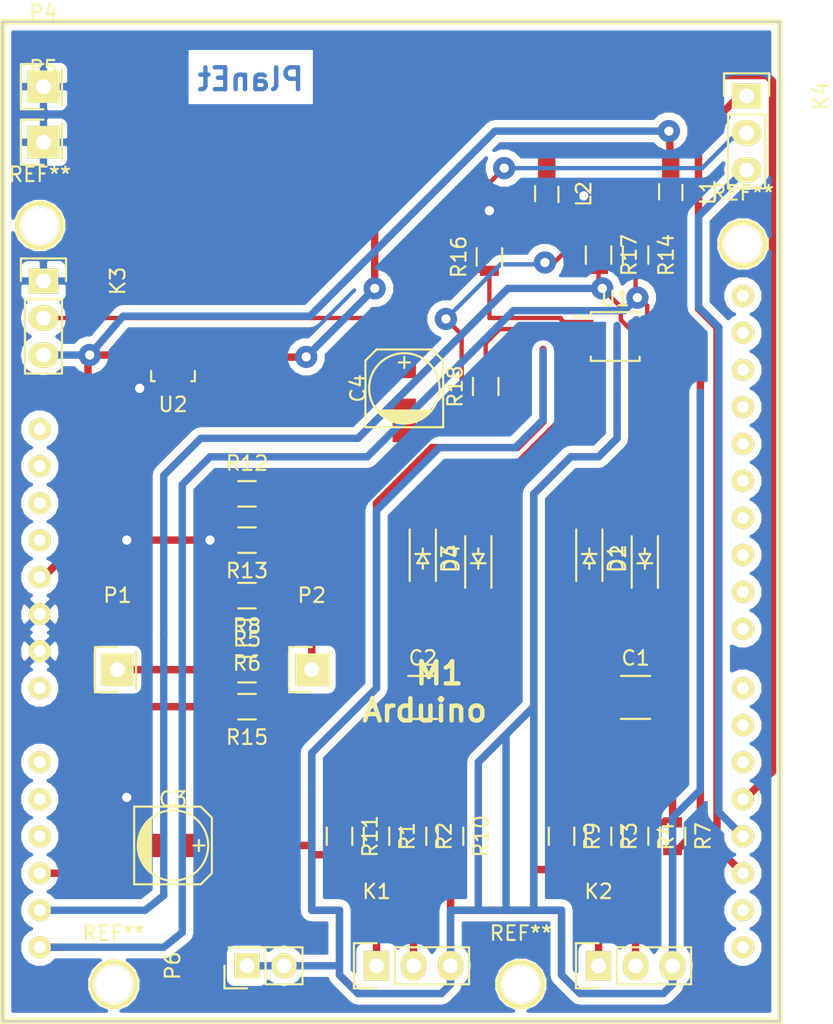
<source format=kicad_pcb>
(kicad_pcb (version 4) (host pcbnew "(2015-07-15 BZR 5948)-product")

  (general
    (links 69)
    (no_connects 0)
    (area 190.596536 97.226 256.133584 169.72818)
    (thickness 1.6)
    (drawings 5)
    (tracks 365)
    (zones 0)
    (modules 44)
    (nets 47)
  )

  (page A3)
  (layers
    (0 F.Cu signal)
    (31 B.Cu signal)
    (32 B.Adhes user)
    (33 F.Adhes user)
    (34 B.Paste user)
    (35 F.Paste user)
    (36 B.SilkS user)
    (37 F.SilkS user)
    (38 B.Mask user)
    (39 F.Mask user)
    (40 Dwgs.User user)
    (41 Cmts.User user)
    (42 Eco1.User user)
    (43 Eco2.User user)
    (44 Edge.Cuts user)
  )

  (setup
    (last_trace_width 0.508)
    (trace_clearance 0.254)
    (zone_clearance 0.508)
    (zone_45_only no)
    (trace_min 0.05)
    (segment_width 0.2)
    (edge_width 0.15)
    (via_size 1.524)
    (via_drill 0.635)
    (via_min_size 0.889)
    (via_min_drill 0.508)
    (uvia_size 0.508)
    (uvia_drill 0.127)
    (uvias_allowed no)
    (uvia_min_size 0.508)
    (uvia_min_drill 0.127)
    (pcb_text_width 0.3)
    (pcb_text_size 1.5 1.5)
    (mod_edge_width 0.15)
    (mod_text_size 1.5 1.5)
    (mod_text_width 0.15)
    (pad_size 1.7272 2.032)
    (pad_drill 1.016)
    (pad_to_mask_clearance 0.2)
    (aux_axis_origin 0 0)
    (visible_elements FFFFFFBF)
    (pcbplotparams
      (layerselection 0x010f8_80000001)
      (usegerberextensions false)
      (excludeedgelayer false)
      (linewidth 0.150000)
      (plotframeref true)
      (viasonmask false)
      (mode 1)
      (useauxorigin false)
      (hpglpennumber 1)
      (hpglpenspeed 20)
      (hpglpendiameter 15)
      (hpglpenoverlay 2)
      (psnegative false)
      (psa4output false)
      (plotreference true)
      (plotvalue true)
      (plotinvisibletext false)
      (padsonsilk false)
      (subtractmaskfromsilk false)
      (outputformat 1)
      (mirror false)
      (drillshape 0)
      (scaleselection 1)
      (outputdirectory ""))
  )

  (net 0 "")
  (net 1 +5V)
  (net 2 GND)
  (net 3 "Net-(C1-Pad1)")
  (net 4 "Net-(C1-Pad2)")
  (net 5 "Net-(C2-Pad1)")
  (net 6 "Net-(C2-Pad2)")
  (net 7 "Net-(C3-Pad1)")
  (net 8 "Net-(K1-Pad1)")
  (net 9 "Net-(K2-Pad1)")
  (net 10 "Net-(K3-Pad2)")
  (net 11 "Net-(K4-Pad1)")
  (net 12 "Net-(K4-Pad3)")
  (net 13 "Net-(M1-Pad1)")
  (net 14 "Net-(M1-Pad2)")
  (net 15 "Net-(M1-Pad6)")
  (net 16 "Net-(M1-Pad7)")
  (net 17 "Net-(M1-Pad8)")
  (net 18 "Net-(M1-Pad9)")
  (net 19 "Net-(M1-Pad10)")
  (net 20 "Net-(M1-Pad11)")
  (net 21 "Net-(M1-Pad12)")
  (net 22 "Net-(M1-Pad13)")
  (net 23 "Net-(M1-Pad14)")
  (net 24 "Net-(M1-Pad17)")
  (net 25 "Net-(M1-Pad18)")
  (net 26 "Net-(M1-Pad19)")
  (net 27 "Net-(M1-Pad20)")
  (net 28 "Net-(M1-Pad21)")
  (net 29 "Net-(M1-Pad22)")
  (net 30 "Net-(M1-Pad23)")
  (net 31 "Net-(M1-Pad24)")
  (net 32 "Net-(M1-Pad25)")
  (net 33 "Net-(M1-Pad26)")
  (net 34 "Net-(M1-Pad27)")
  (net 35 "Net-(M1-Pad28)")
  (net 36 "Net-(P1-Pad1)")
  (net 37 "Net-(R8-Pad2)")
  (net 38 "Net-(R12-Pad1)")
  (net 39 "Net-(K1-Pad2)")
  (net 40 "Net-(K2-Pad2)")
  (net 41 "Net-(P2-Pad1)")
  (net 42 "Net-(C4-Pad1)")
  (net 43 "Net-(C4-Pad2)")
  (net 44 "Net-(L1-Pad2)")
  (net 45 "Net-(L2-Pad2)")
  (net 46 "Net-(R18-Pad2)")

  (net_class Default "This is the default net class."
    (clearance 0.254)
    (trace_width 0.508)
    (via_dia 1.524)
    (via_drill 0.635)
    (uvia_dia 0.508)
    (uvia_drill 0.127)
    (add_net +5V)
    (add_net GND)
    (add_net "Net-(C3-Pad1)")
    (add_net "Net-(C4-Pad1)")
    (add_net "Net-(K1-Pad1)")
    (add_net "Net-(K1-Pad2)")
    (add_net "Net-(K2-Pad1)")
    (add_net "Net-(K2-Pad2)")
    (add_net "Net-(K4-Pad1)")
    (add_net "Net-(K4-Pad3)")
    (add_net "Net-(L2-Pad2)")
    (add_net "Net-(M1-Pad1)")
    (add_net "Net-(M1-Pad10)")
    (add_net "Net-(M1-Pad13)")
    (add_net "Net-(M1-Pad14)")
    (add_net "Net-(M1-Pad17)")
    (add_net "Net-(M1-Pad18)")
    (add_net "Net-(M1-Pad19)")
    (add_net "Net-(M1-Pad2)")
    (add_net "Net-(M1-Pad20)")
    (add_net "Net-(M1-Pad21)")
    (add_net "Net-(M1-Pad22)")
    (add_net "Net-(M1-Pad23)")
    (add_net "Net-(M1-Pad24)")
    (add_net "Net-(M1-Pad25)")
    (add_net "Net-(M1-Pad26)")
    (add_net "Net-(M1-Pad27)")
    (add_net "Net-(M1-Pad28)")
    (add_net "Net-(M1-Pad6)")
    (add_net "Net-(M1-Pad7)")
    (add_net "Net-(M1-Pad8)")
    (add_net "Net-(M1-Pad9)")
    (add_net "Net-(P1-Pad1)")
    (add_net "Net-(P2-Pad1)")
    (add_net "Net-(R12-Pad1)")
    (add_net "Net-(R8-Pad2)")
  )

  (net_class narrow ""
    (clearance 0.127)
    (trace_width 0.127)
    (via_dia 1.524)
    (via_drill 0.635)
    (uvia_dia 0.508)
    (uvia_drill 0.127)
  )

  (net_class thin ""
    (clearance 0.1)
    (trace_width 0.3)
    (via_dia 1.524)
    (via_drill 0.635)
    (uvia_dia 0.508)
    (uvia_drill 0.127)
    (add_net "Net-(C1-Pad1)")
    (add_net "Net-(C1-Pad2)")
    (add_net "Net-(C2-Pad1)")
    (add_net "Net-(C2-Pad2)")
    (add_net "Net-(C4-Pad2)")
    (add_net "Net-(K3-Pad2)")
    (add_net "Net-(L1-Pad2)")
    (add_net "Net-(M1-Pad11)")
    (add_net "Net-(M1-Pad12)")
    (add_net "Net-(R18-Pad2)")
  )

  (module Capacitors_SMD:C_1210 (layer F.Cu) (tedit 5415D85D) (tstamp 55D3D048)
    (at 240.03 145.415)
    (descr "Capacitor SMD 1210, reflow soldering, AVX (see smccp.pdf)")
    (tags "capacitor 1210")
    (path /546898CA)
    (attr smd)
    (fp_text reference C1 (at 0 -2.7) (layer F.SilkS)
      (effects (font (size 1 1) (thickness 0.15)))
    )
    (fp_text value 100n (at 0 2.7) (layer F.Fab)
      (effects (font (size 1 1) (thickness 0.15)))
    )
    (fp_line (start -2.3 -1.6) (end 2.3 -1.6) (layer F.CrtYd) (width 0.05))
    (fp_line (start -2.3 1.6) (end 2.3 1.6) (layer F.CrtYd) (width 0.05))
    (fp_line (start -2.3 -1.6) (end -2.3 1.6) (layer F.CrtYd) (width 0.05))
    (fp_line (start 2.3 -1.6) (end 2.3 1.6) (layer F.CrtYd) (width 0.05))
    (fp_line (start 1 -1.475) (end -1 -1.475) (layer F.SilkS) (width 0.15))
    (fp_line (start -1 1.475) (end 1 1.475) (layer F.SilkS) (width 0.15))
    (pad 1 smd rect (at -1.5 0) (size 1 2.5) (layers F.Cu F.Paste F.Mask)
      (net 3 "Net-(C1-Pad1)"))
    (pad 2 smd rect (at 1.5 0) (size 1 2.5) (layers F.Cu F.Paste F.Mask)
      (net 4 "Net-(C1-Pad2)"))
    (model Capacitors_SMD.3dshapes/C_1210.wrl
      (at (xyz 0 0 0))
      (scale (xyz 1 1 1))
      (rotate (xyz 0 0 0))
    )
  )

  (module Capacitors_SMD:C_1210 (layer F.Cu) (tedit 5415D85D) (tstamp 55D3D04D)
    (at 225.425 145.415)
    (descr "Capacitor SMD 1210, reflow soldering, AVX (see smccp.pdf)")
    (tags "capacitor 1210")
    (path /546897C2)
    (attr smd)
    (fp_text reference C2 (at 0 -2.7) (layer F.SilkS)
      (effects (font (size 1 1) (thickness 0.15)))
    )
    (fp_text value 100n (at 0 2.7) (layer F.Fab)
      (effects (font (size 1 1) (thickness 0.15)))
    )
    (fp_line (start -2.3 -1.6) (end 2.3 -1.6) (layer F.CrtYd) (width 0.05))
    (fp_line (start -2.3 1.6) (end 2.3 1.6) (layer F.CrtYd) (width 0.05))
    (fp_line (start -2.3 -1.6) (end -2.3 1.6) (layer F.CrtYd) (width 0.05))
    (fp_line (start 2.3 -1.6) (end 2.3 1.6) (layer F.CrtYd) (width 0.05))
    (fp_line (start 1 -1.475) (end -1 -1.475) (layer F.SilkS) (width 0.15))
    (fp_line (start -1 1.475) (end 1 1.475) (layer F.SilkS) (width 0.15))
    (pad 1 smd rect (at -1.5 0) (size 1 2.5) (layers F.Cu F.Paste F.Mask)
      (net 5 "Net-(C2-Pad1)"))
    (pad 2 smd rect (at 1.5 0) (size 1 2.5) (layers F.Cu F.Paste F.Mask)
      (net 6 "Net-(C2-Pad2)"))
    (model Capacitors_SMD.3dshapes/C_1210.wrl
      (at (xyz 0 0 0))
      (scale (xyz 1 1 1))
      (rotate (xyz 0 0 0))
    )
  )

  (module Capacitors_SMD:c_elec_5x5.8 (layer F.Cu) (tedit 0) (tstamp 55D3D052)
    (at 208.28 155.575)
    (descr "SMT capacitor, aluminium electrolytic, 5x5.8")
    (path /5468DB84)
    (fp_text reference C3 (at 0 -3.175) (layer F.SilkS)
      (effects (font (size 1 1) (thickness 0.15)))
    )
    (fp_text value 10u (at 0 3.175) (layer F.Fab)
      (effects (font (size 1 1) (thickness 0.15)))
    )
    (fp_line (start -2.286 -0.635) (end -2.286 0.762) (layer F.SilkS) (width 0.15))
    (fp_line (start -2.159 -0.889) (end -2.159 0.889) (layer F.SilkS) (width 0.15))
    (fp_line (start -2.032 -1.27) (end -2.032 1.27) (layer F.SilkS) (width 0.15))
    (fp_line (start -1.905 1.397) (end -1.905 -1.397) (layer F.SilkS) (width 0.15))
    (fp_line (start -1.778 -1.524) (end -1.778 1.524) (layer F.SilkS) (width 0.15))
    (fp_line (start -1.651 1.651) (end -1.651 -1.651) (layer F.SilkS) (width 0.15))
    (fp_line (start -1.524 -1.778) (end -1.524 1.778) (layer F.SilkS) (width 0.15))
    (fp_circle (center 0 0) (end -2.413 0) (layer F.SilkS) (width 0.15))
    (fp_line (start -2.667 -2.667) (end 1.905 -2.667) (layer F.SilkS) (width 0.15))
    (fp_line (start 1.905 -2.667) (end 2.667 -1.905) (layer F.SilkS) (width 0.15))
    (fp_line (start 2.667 -1.905) (end 2.667 1.905) (layer F.SilkS) (width 0.15))
    (fp_line (start 2.667 1.905) (end 1.905 2.667) (layer F.SilkS) (width 0.15))
    (fp_line (start 1.905 2.667) (end -2.667 2.667) (layer F.SilkS) (width 0.15))
    (fp_line (start -2.667 2.667) (end -2.667 -2.667) (layer F.SilkS) (width 0.15))
    (fp_line (start 2.159 0) (end 1.397 0) (layer F.SilkS) (width 0.15))
    (fp_line (start 1.778 -0.381) (end 1.778 0.381) (layer F.SilkS) (width 0.15))
    (pad 1 smd rect (at 2.19964 0) (size 2.99974 1.6002) (layers F.Cu F.Paste F.Mask)
      (net 7 "Net-(C3-Pad1)"))
    (pad 2 smd rect (at -2.19964 0) (size 2.99974 1.6002) (layers F.Cu F.Paste F.Mask)
      (net 2 GND))
    (model Capacitors_SMD.3dshapes/c_elec_5x5.8.wrl
      (at (xyz 0 0 0))
      (scale (xyz 1 1 1))
      (rotate (xyz 0 0 0))
    )
  )

  (module Capacitors_SMD:c_elec_5x5.8 (layer F.Cu) (tedit 0) (tstamp 55D3D057)
    (at 224.155 124.206 90)
    (descr "SMT capacitor, aluminium electrolytic, 5x5.8")
    (path /5473BF7B)
    (fp_text reference C4 (at 0 -3.175 90) (layer F.SilkS)
      (effects (font (size 1 1) (thickness 0.15)))
    )
    (fp_text value 10u (at 0 3.175 90) (layer F.Fab)
      (effects (font (size 1 1) (thickness 0.15)))
    )
    (fp_line (start -2.286 -0.635) (end -2.286 0.762) (layer F.SilkS) (width 0.15))
    (fp_line (start -2.159 -0.889) (end -2.159 0.889) (layer F.SilkS) (width 0.15))
    (fp_line (start -2.032 -1.27) (end -2.032 1.27) (layer F.SilkS) (width 0.15))
    (fp_line (start -1.905 1.397) (end -1.905 -1.397) (layer F.SilkS) (width 0.15))
    (fp_line (start -1.778 -1.524) (end -1.778 1.524) (layer F.SilkS) (width 0.15))
    (fp_line (start -1.651 1.651) (end -1.651 -1.651) (layer F.SilkS) (width 0.15))
    (fp_line (start -1.524 -1.778) (end -1.524 1.778) (layer F.SilkS) (width 0.15))
    (fp_circle (center 0 0) (end -2.413 0) (layer F.SilkS) (width 0.15))
    (fp_line (start -2.667 -2.667) (end 1.905 -2.667) (layer F.SilkS) (width 0.15))
    (fp_line (start 1.905 -2.667) (end 2.667 -1.905) (layer F.SilkS) (width 0.15))
    (fp_line (start 2.667 -1.905) (end 2.667 1.905) (layer F.SilkS) (width 0.15))
    (fp_line (start 2.667 1.905) (end 1.905 2.667) (layer F.SilkS) (width 0.15))
    (fp_line (start 1.905 2.667) (end -2.667 2.667) (layer F.SilkS) (width 0.15))
    (fp_line (start -2.667 2.667) (end -2.667 -2.667) (layer F.SilkS) (width 0.15))
    (fp_line (start 2.159 0) (end 1.397 0) (layer F.SilkS) (width 0.15))
    (fp_line (start 1.778 -0.381) (end 1.778 0.381) (layer F.SilkS) (width 0.15))
    (pad 1 smd rect (at 2.19964 0 90) (size 2.99974 1.6002) (layers F.Cu F.Paste F.Mask)
      (net 42 "Net-(C4-Pad1)"))
    (pad 2 smd rect (at -2.19964 0 90) (size 2.99974 1.6002) (layers F.Cu F.Paste F.Mask)
      (net 43 "Net-(C4-Pad2)"))
    (model Capacitors_SMD.3dshapes/c_elec_5x5.8.wrl
      (at (xyz 0 0 0))
      (scale (xyz 1 1 1))
      (rotate (xyz 0 0 0))
    )
  )

  (module Diodes_SMD:SOD-123 (layer F.Cu) (tedit 5530FCB9) (tstamp 55D3D05C)
    (at 240.665 135.89 90)
    (descr SOD-123)
    (tags SOD-123)
    (path /5468B880)
    (attr smd)
    (fp_text reference D1 (at 0 -2 90) (layer F.SilkS)
      (effects (font (size 1 1) (thickness 0.15)))
    )
    (fp_text value 1n914 (at 0 2.1 90) (layer F.Fab)
      (effects (font (size 1 1) (thickness 0.15)))
    )
    (fp_line (start 0.3175 0) (end 0.6985 0) (layer F.SilkS) (width 0.15))
    (fp_line (start -0.6985 0) (end -0.3175 0) (layer F.SilkS) (width 0.15))
    (fp_line (start -0.3175 0) (end 0.3175 -0.381) (layer F.SilkS) (width 0.15))
    (fp_line (start 0.3175 -0.381) (end 0.3175 0.381) (layer F.SilkS) (width 0.15))
    (fp_line (start 0.3175 0.381) (end -0.3175 0) (layer F.SilkS) (width 0.15))
    (fp_line (start -0.3175 -0.508) (end -0.3175 0.508) (layer F.SilkS) (width 0.15))
    (fp_line (start -2.25 -1.05) (end 2.25 -1.05) (layer F.CrtYd) (width 0.05))
    (fp_line (start 2.25 -1.05) (end 2.25 1.05) (layer F.CrtYd) (width 0.05))
    (fp_line (start 2.25 1.05) (end -2.25 1.05) (layer F.CrtYd) (width 0.05))
    (fp_line (start -2.25 -1.05) (end -2.25 1.05) (layer F.CrtYd) (width 0.05))
    (fp_line (start -2 0.9) (end 1.54 0.9) (layer F.SilkS) (width 0.15))
    (fp_line (start -2 -0.9) (end 1.54 -0.9) (layer F.SilkS) (width 0.15))
    (pad 1 smd rect (at -1.635 0 90) (size 0.91 1.22) (layers F.Cu F.Paste F.Mask)
      (net 3 "Net-(C1-Pad1)"))
    (pad 2 smd rect (at 1.635 0 90) (size 0.91 1.22) (layers F.Cu F.Paste F.Mask)
      (net 4 "Net-(C1-Pad2)"))
  )

  (module Diodes_SMD:SOD-123 (layer F.Cu) (tedit 5530FCB9) (tstamp 55D3D061)
    (at 236.855 135.89 270)
    (descr SOD-123)
    (tags SOD-123)
    (path /5468B92C)
    (attr smd)
    (fp_text reference D2 (at 0 -2 270) (layer F.SilkS)
      (effects (font (size 1 1) (thickness 0.15)))
    )
    (fp_text value 1n914 (at 0 2.1 270) (layer F.Fab)
      (effects (font (size 1 1) (thickness 0.15)))
    )
    (fp_line (start 0.3175 0) (end 0.6985 0) (layer F.SilkS) (width 0.15))
    (fp_line (start -0.6985 0) (end -0.3175 0) (layer F.SilkS) (width 0.15))
    (fp_line (start -0.3175 0) (end 0.3175 -0.381) (layer F.SilkS) (width 0.15))
    (fp_line (start 0.3175 -0.381) (end 0.3175 0.381) (layer F.SilkS) (width 0.15))
    (fp_line (start 0.3175 0.381) (end -0.3175 0) (layer F.SilkS) (width 0.15))
    (fp_line (start -0.3175 -0.508) (end -0.3175 0.508) (layer F.SilkS) (width 0.15))
    (fp_line (start -2.25 -1.05) (end 2.25 -1.05) (layer F.CrtYd) (width 0.05))
    (fp_line (start 2.25 -1.05) (end 2.25 1.05) (layer F.CrtYd) (width 0.05))
    (fp_line (start 2.25 1.05) (end -2.25 1.05) (layer F.CrtYd) (width 0.05))
    (fp_line (start -2.25 -1.05) (end -2.25 1.05) (layer F.CrtYd) (width 0.05))
    (fp_line (start -2 0.9) (end 1.54 0.9) (layer F.SilkS) (width 0.15))
    (fp_line (start -2 -0.9) (end 1.54 -0.9) (layer F.SilkS) (width 0.15))
    (pad 1 smd rect (at -1.635 0 270) (size 0.91 1.22) (layers F.Cu F.Paste F.Mask)
      (net 4 "Net-(C1-Pad2)"))
    (pad 2 smd rect (at 1.635 0 270) (size 0.91 1.22) (layers F.Cu F.Paste F.Mask)
      (net 3 "Net-(C1-Pad1)"))
  )

  (module Diodes_SMD:SOD-123 (layer F.Cu) (tedit 5530FCB9) (tstamp 55D3D066)
    (at 229.235 135.89 90)
    (descr SOD-123)
    (tags SOD-123)
    (path /5468BF9F)
    (attr smd)
    (fp_text reference D3 (at 0 -2 90) (layer F.SilkS)
      (effects (font (size 1 1) (thickness 0.15)))
    )
    (fp_text value 1n914 (at 0 2.1 90) (layer F.Fab)
      (effects (font (size 1 1) (thickness 0.15)))
    )
    (fp_line (start 0.3175 0) (end 0.6985 0) (layer F.SilkS) (width 0.15))
    (fp_line (start -0.6985 0) (end -0.3175 0) (layer F.SilkS) (width 0.15))
    (fp_line (start -0.3175 0) (end 0.3175 -0.381) (layer F.SilkS) (width 0.15))
    (fp_line (start 0.3175 -0.381) (end 0.3175 0.381) (layer F.SilkS) (width 0.15))
    (fp_line (start 0.3175 0.381) (end -0.3175 0) (layer F.SilkS) (width 0.15))
    (fp_line (start -0.3175 -0.508) (end -0.3175 0.508) (layer F.SilkS) (width 0.15))
    (fp_line (start -2.25 -1.05) (end 2.25 -1.05) (layer F.CrtYd) (width 0.05))
    (fp_line (start 2.25 -1.05) (end 2.25 1.05) (layer F.CrtYd) (width 0.05))
    (fp_line (start 2.25 1.05) (end -2.25 1.05) (layer F.CrtYd) (width 0.05))
    (fp_line (start -2.25 -1.05) (end -2.25 1.05) (layer F.CrtYd) (width 0.05))
    (fp_line (start -2 0.9) (end 1.54 0.9) (layer F.SilkS) (width 0.15))
    (fp_line (start -2 -0.9) (end 1.54 -0.9) (layer F.SilkS) (width 0.15))
    (pad 1 smd rect (at -1.635 0 90) (size 0.91 1.22) (layers F.Cu F.Paste F.Mask)
      (net 5 "Net-(C2-Pad1)"))
    (pad 2 smd rect (at 1.635 0 90) (size 0.91 1.22) (layers F.Cu F.Paste F.Mask)
      (net 6 "Net-(C2-Pad2)"))
  )

  (module Diodes_SMD:SOD-123 (layer F.Cu) (tedit 5530FCB9) (tstamp 55D3D06B)
    (at 225.425 135.89 270)
    (descr SOD-123)
    (tags SOD-123)
    (path /5468BFA5)
    (attr smd)
    (fp_text reference D4 (at 0 -2 270) (layer F.SilkS)
      (effects (font (size 1 1) (thickness 0.15)))
    )
    (fp_text value 1n914 (at 0 2.1 270) (layer F.Fab)
      (effects (font (size 1 1) (thickness 0.15)))
    )
    (fp_line (start 0.3175 0) (end 0.6985 0) (layer F.SilkS) (width 0.15))
    (fp_line (start -0.6985 0) (end -0.3175 0) (layer F.SilkS) (width 0.15))
    (fp_line (start -0.3175 0) (end 0.3175 -0.381) (layer F.SilkS) (width 0.15))
    (fp_line (start 0.3175 -0.381) (end 0.3175 0.381) (layer F.SilkS) (width 0.15))
    (fp_line (start 0.3175 0.381) (end -0.3175 0) (layer F.SilkS) (width 0.15))
    (fp_line (start -0.3175 -0.508) (end -0.3175 0.508) (layer F.SilkS) (width 0.15))
    (fp_line (start -2.25 -1.05) (end 2.25 -1.05) (layer F.CrtYd) (width 0.05))
    (fp_line (start 2.25 -1.05) (end 2.25 1.05) (layer F.CrtYd) (width 0.05))
    (fp_line (start 2.25 1.05) (end -2.25 1.05) (layer F.CrtYd) (width 0.05))
    (fp_line (start -2.25 -1.05) (end -2.25 1.05) (layer F.CrtYd) (width 0.05))
    (fp_line (start -2 0.9) (end 1.54 0.9) (layer F.SilkS) (width 0.15))
    (fp_line (start -2 -0.9) (end 1.54 -0.9) (layer F.SilkS) (width 0.15))
    (pad 1 smd rect (at -1.635 0 270) (size 0.91 1.22) (layers F.Cu F.Paste F.Mask)
      (net 6 "Net-(C2-Pad2)"))
    (pad 2 smd rect (at 1.635 0 270) (size 0.91 1.22) (layers F.Cu F.Paste F.Mask)
      (net 5 "Net-(C2-Pad1)"))
  )

  (module Socket_Strips:Socket_Strip_Straight_1x01 (layer F.Cu) (tedit 54E9F79C) (tstamp 55D3D088)
    (at 204.47 143.51)
    (descr "Through hole socket strip")
    (tags "socket strip")
    (path /546CE8D5)
    (fp_text reference P1 (at 0 -5.1) (layer F.SilkS)
      (effects (font (size 1 1) (thickness 0.15)))
    )
    (fp_text value CONN_1 (at 0 -3.1) (layer F.Fab)
      (effects (font (size 1 1) (thickness 0.15)))
    )
    (fp_line (start -1.75 -1.75) (end -1.75 1.75) (layer F.CrtYd) (width 0.05))
    (fp_line (start 1.75 -1.75) (end 1.75 1.75) (layer F.CrtYd) (width 0.05))
    (fp_line (start -1.75 -1.75) (end 1.75 -1.75) (layer F.CrtYd) (width 0.05))
    (fp_line (start -1.75 1.75) (end 1.75 1.75) (layer F.CrtYd) (width 0.05))
    (fp_line (start 1.27 1.27) (end 1.27 -1.27) (layer F.SilkS) (width 0.15))
    (fp_line (start -1.55 -1.55) (end 0 -1.55) (layer F.SilkS) (width 0.15))
    (fp_line (start -1.55 -1.55) (end -1.55 1.55) (layer F.SilkS) (width 0.15))
    (fp_line (start -1.55 1.55) (end 0 1.55) (layer F.SilkS) (width 0.15))
    (pad 1 thru_hole rect (at 0 0) (size 2.2352 2.2352) (drill 1.016) (layers *.Cu *.Mask F.SilkS)
      (net 36 "Net-(P1-Pad1)"))
    (model Socket_Strips.3dshapes/Socket_Strip_Straight_1x01.wrl
      (at (xyz 0 0 0))
      (scale (xyz 1 1 1))
      (rotate (xyz 0 0 180))
    )
  )

  (module Resistors_SMD:R_0805 (layer F.Cu) (tedit 5415CDEB) (tstamp 55D3D0A7)
    (at 222.25 154.94 270)
    (descr "Resistor SMD 0805, reflow soldering, Vishay (see dcrcw.pdf)")
    (tags "resistor 0805")
    (path /54688B19)
    (attr smd)
    (fp_text reference R1 (at 0 -2.1 270) (layer F.SilkS)
      (effects (font (size 1 1) (thickness 0.15)))
    )
    (fp_text value 100K (at 0 2.1 270) (layer F.Fab)
      (effects (font (size 1 1) (thickness 0.15)))
    )
    (fp_line (start -1.6 -1) (end 1.6 -1) (layer F.CrtYd) (width 0.05))
    (fp_line (start -1.6 1) (end 1.6 1) (layer F.CrtYd) (width 0.05))
    (fp_line (start -1.6 -1) (end -1.6 1) (layer F.CrtYd) (width 0.05))
    (fp_line (start 1.6 -1) (end 1.6 1) (layer F.CrtYd) (width 0.05))
    (fp_line (start 0.6 0.875) (end -0.6 0.875) (layer F.SilkS) (width 0.15))
    (fp_line (start -0.6 -0.875) (end 0.6 -0.875) (layer F.SilkS) (width 0.15))
    (pad 1 smd rect (at -0.95 0 270) (size 0.7 1.3) (layers F.Cu F.Paste F.Mask)
      (net 5 "Net-(C2-Pad1)"))
    (pad 2 smd rect (at 0.95 0 270) (size 0.7 1.3) (layers F.Cu F.Paste F.Mask)
      (net 8 "Net-(K1-Pad1)"))
    (model Resistors_SMD.3dshapes/R_0805.wrl
      (at (xyz 0 0 0))
      (scale (xyz 1 1 1))
      (rotate (xyz 0 0 0))
    )
  )

  (module Resistors_SMD:R_0805 (layer F.Cu) (tedit 5415CDEB) (tstamp 55D3D0AC)
    (at 224.79 154.94 270)
    (descr "Resistor SMD 0805, reflow soldering, Vishay (see dcrcw.pdf)")
    (tags "resistor 0805")
    (path /54688ADB)
    (attr smd)
    (fp_text reference R2 (at 0 -2.1 270) (layer F.SilkS)
      (effects (font (size 1 1) (thickness 0.15)))
    )
    (fp_text value 100K (at 0 2.1 270) (layer F.Fab)
      (effects (font (size 1 1) (thickness 0.15)))
    )
    (fp_line (start -1.6 -1) (end 1.6 -1) (layer F.CrtYd) (width 0.05))
    (fp_line (start -1.6 1) (end 1.6 1) (layer F.CrtYd) (width 0.05))
    (fp_line (start -1.6 -1) (end -1.6 1) (layer F.CrtYd) (width 0.05))
    (fp_line (start 1.6 -1) (end 1.6 1) (layer F.CrtYd) (width 0.05))
    (fp_line (start 0.6 0.875) (end -0.6 0.875) (layer F.SilkS) (width 0.15))
    (fp_line (start -0.6 -0.875) (end 0.6 -0.875) (layer F.SilkS) (width 0.15))
    (pad 1 smd rect (at -0.95 0 270) (size 0.7 1.3) (layers F.Cu F.Paste F.Mask)
      (net 6 "Net-(C2-Pad2)"))
    (pad 2 smd rect (at 0.95 0 270) (size 0.7 1.3) (layers F.Cu F.Paste F.Mask)
      (net 39 "Net-(K1-Pad2)"))
    (model Resistors_SMD.3dshapes/R_0805.wrl
      (at (xyz 0 0 0))
      (scale (xyz 1 1 1))
      (rotate (xyz 0 0 0))
    )
  )

  (module Resistors_SMD:R_0805 (layer F.Cu) (tedit 5415CDEB) (tstamp 55D3D0B1)
    (at 237.49 154.94 270)
    (descr "Resistor SMD 0805, reflow soldering, Vishay (see dcrcw.pdf)")
    (tags "resistor 0805")
    (path /54688AA2)
    (attr smd)
    (fp_text reference R3 (at 0 -2.1 270) (layer F.SilkS)
      (effects (font (size 1 1) (thickness 0.15)))
    )
    (fp_text value 100K (at 0 2.1 270) (layer F.Fab)
      (effects (font (size 1 1) (thickness 0.15)))
    )
    (fp_line (start -1.6 -1) (end 1.6 -1) (layer F.CrtYd) (width 0.05))
    (fp_line (start -1.6 1) (end 1.6 1) (layer F.CrtYd) (width 0.05))
    (fp_line (start -1.6 -1) (end -1.6 1) (layer F.CrtYd) (width 0.05))
    (fp_line (start 1.6 -1) (end 1.6 1) (layer F.CrtYd) (width 0.05))
    (fp_line (start 0.6 0.875) (end -0.6 0.875) (layer F.SilkS) (width 0.15))
    (fp_line (start -0.6 -0.875) (end 0.6 -0.875) (layer F.SilkS) (width 0.15))
    (pad 1 smd rect (at -0.95 0 270) (size 0.7 1.3) (layers F.Cu F.Paste F.Mask)
      (net 3 "Net-(C1-Pad1)"))
    (pad 2 smd rect (at 0.95 0 270) (size 0.7 1.3) (layers F.Cu F.Paste F.Mask)
      (net 9 "Net-(K2-Pad1)"))
    (model Resistors_SMD.3dshapes/R_0805.wrl
      (at (xyz 0 0 0))
      (scale (xyz 1 1 1))
      (rotate (xyz 0 0 0))
    )
  )

  (module Resistors_SMD:R_0805 (layer F.Cu) (tedit 5415CDEB) (tstamp 55D3D0B6)
    (at 240.03 154.94 270)
    (descr "Resistor SMD 0805, reflow soldering, Vishay (see dcrcw.pdf)")
    (tags "resistor 0805")
    (path /546888FA)
    (attr smd)
    (fp_text reference R4 (at 0 -2.1 270) (layer F.SilkS)
      (effects (font (size 1 1) (thickness 0.15)))
    )
    (fp_text value 100K (at 0 2.1 270) (layer F.Fab)
      (effects (font (size 1 1) (thickness 0.15)))
    )
    (fp_line (start -1.6 -1) (end 1.6 -1) (layer F.CrtYd) (width 0.05))
    (fp_line (start -1.6 1) (end 1.6 1) (layer F.CrtYd) (width 0.05))
    (fp_line (start -1.6 -1) (end -1.6 1) (layer F.CrtYd) (width 0.05))
    (fp_line (start 1.6 -1) (end 1.6 1) (layer F.CrtYd) (width 0.05))
    (fp_line (start 0.6 0.875) (end -0.6 0.875) (layer F.SilkS) (width 0.15))
    (fp_line (start -0.6 -0.875) (end 0.6 -0.875) (layer F.SilkS) (width 0.15))
    (pad 1 smd rect (at -0.95 0 270) (size 0.7 1.3) (layers F.Cu F.Paste F.Mask)
      (net 4 "Net-(C1-Pad2)"))
    (pad 2 smd rect (at 0.95 0 270) (size 0.7 1.3) (layers F.Cu F.Paste F.Mask)
      (net 40 "Net-(K2-Pad2)"))
    (model Resistors_SMD.3dshapes/R_0805.wrl
      (at (xyz 0 0 0))
      (scale (xyz 1 1 1))
      (rotate (xyz 0 0 0))
    )
  )

  (module Resistors_SMD:R_0805 (layer F.Cu) (tedit 5415CDEB) (tstamp 55D3D0BB)
    (at 213.36 143.51)
    (descr "Resistor SMD 0805, reflow soldering, Vishay (see dcrcw.pdf)")
    (tags "resistor 0805")
    (path /546CE68F)
    (attr smd)
    (fp_text reference R5 (at 0 -2.1) (layer F.SilkS)
      (effects (font (size 1 1) (thickness 0.15)))
    )
    (fp_text value 10k (at 0 2.1) (layer F.Fab)
      (effects (font (size 1 1) (thickness 0.15)))
    )
    (fp_line (start -1.6 -1) (end 1.6 -1) (layer F.CrtYd) (width 0.05))
    (fp_line (start -1.6 1) (end 1.6 1) (layer F.CrtYd) (width 0.05))
    (fp_line (start -1.6 -1) (end -1.6 1) (layer F.CrtYd) (width 0.05))
    (fp_line (start 1.6 -1) (end 1.6 1) (layer F.CrtYd) (width 0.05))
    (fp_line (start 0.6 0.875) (end -0.6 0.875) (layer F.SilkS) (width 0.15))
    (fp_line (start -0.6 -0.875) (end 0.6 -0.875) (layer F.SilkS) (width 0.15))
    (pad 1 smd rect (at -0.95 0) (size 0.7 1.3) (layers F.Cu F.Paste F.Mask)
      (net 36 "Net-(P1-Pad1)"))
    (pad 2 smd rect (at 0.95 0) (size 0.7 1.3) (layers F.Cu F.Paste F.Mask)
      (net 7 "Net-(C3-Pad1)"))
    (model Resistors_SMD.3dshapes/R_0805.wrl
      (at (xyz 0 0 0))
      (scale (xyz 1 1 1))
      (rotate (xyz 0 0 0))
    )
  )

  (module Resistors_SMD:R_0805 (layer F.Cu) (tedit 5415CDEB) (tstamp 55D3D0C0)
    (at 213.36 140.97 180)
    (descr "Resistor SMD 0805, reflow soldering, Vishay (see dcrcw.pdf)")
    (tags "resistor 0805")
    (path /546A48D8)
    (attr smd)
    (fp_text reference R6 (at 0 -2.1 180) (layer F.SilkS)
      (effects (font (size 1 1) (thickness 0.15)))
    )
    (fp_text value 100k (at 0 2.1 180) (layer F.Fab)
      (effects (font (size 1 1) (thickness 0.15)))
    )
    (fp_line (start -1.6 -1) (end 1.6 -1) (layer F.CrtYd) (width 0.05))
    (fp_line (start -1.6 1) (end 1.6 1) (layer F.CrtYd) (width 0.05))
    (fp_line (start -1.6 -1) (end -1.6 1) (layer F.CrtYd) (width 0.05))
    (fp_line (start 1.6 -1) (end 1.6 1) (layer F.CrtYd) (width 0.05))
    (fp_line (start 0.6 0.875) (end -0.6 0.875) (layer F.SilkS) (width 0.15))
    (fp_line (start -0.6 -0.875) (end 0.6 -0.875) (layer F.SilkS) (width 0.15))
    (pad 1 smd rect (at -0.95 0 180) (size 0.7 1.3) (layers F.Cu F.Paste F.Mask)
      (net 41 "Net-(P2-Pad1)"))
    (pad 2 smd rect (at 0.95 0 180) (size 0.7 1.3) (layers F.Cu F.Paste F.Mask)
      (net 36 "Net-(P1-Pad1)"))
    (model Resistors_SMD.3dshapes/R_0805.wrl
      (at (xyz 0 0 0))
      (scale (xyz 1 1 1))
      (rotate (xyz 0 0 0))
    )
  )

  (module Resistors_SMD:R_0805 (layer F.Cu) (tedit 5415CDEB) (tstamp 55D3D0C5)
    (at 242.57 154.94 270)
    (descr "Resistor SMD 0805, reflow soldering, Vishay (see dcrcw.pdf)")
    (tags "resistor 0805")
    (path /54689335)
    (attr smd)
    (fp_text reference R7 (at 0 -2.1 270) (layer F.SilkS)
      (effects (font (size 1 1) (thickness 0.15)))
    )
    (fp_text value 1M (at 0 2.1 270) (layer F.Fab)
      (effects (font (size 1 1) (thickness 0.15)))
    )
    (fp_line (start -1.6 -1) (end 1.6 -1) (layer F.CrtYd) (width 0.05))
    (fp_line (start -1.6 1) (end 1.6 1) (layer F.CrtYd) (width 0.05))
    (fp_line (start -1.6 -1) (end -1.6 1) (layer F.CrtYd) (width 0.05))
    (fp_line (start 1.6 -1) (end 1.6 1) (layer F.CrtYd) (width 0.05))
    (fp_line (start 0.6 0.875) (end -0.6 0.875) (layer F.SilkS) (width 0.15))
    (fp_line (start -0.6 -0.875) (end 0.6 -0.875) (layer F.SilkS) (width 0.15))
    (pad 1 smd rect (at -0.95 0 270) (size 0.7 1.3) (layers F.Cu F.Paste F.Mask)
      (net 4 "Net-(C1-Pad2)"))
    (pad 2 smd rect (at 0.95 0 270) (size 0.7 1.3) (layers F.Cu F.Paste F.Mask)
      (net 7 "Net-(C3-Pad1)"))
    (model Resistors_SMD.3dshapes/R_0805.wrl
      (at (xyz 0 0 0))
      (scale (xyz 1 1 1))
      (rotate (xyz 0 0 0))
    )
  )

  (module Resistors_SMD:R_0805 (layer F.Cu) (tedit 5415CDEB) (tstamp 55D3D0CA)
    (at 213.36 138.43 180)
    (descr "Resistor SMD 0805, reflow soldering, Vishay (see dcrcw.pdf)")
    (tags "resistor 0805")
    (path /546A4919)
    (attr smd)
    (fp_text reference R8 (at 0 -2.1 180) (layer F.SilkS)
      (effects (font (size 1 1) (thickness 0.15)))
    )
    (fp_text value 1M (at 0 2.1 180) (layer F.Fab)
      (effects (font (size 1 1) (thickness 0.15)))
    )
    (fp_line (start -1.6 -1) (end 1.6 -1) (layer F.CrtYd) (width 0.05))
    (fp_line (start -1.6 1) (end 1.6 1) (layer F.CrtYd) (width 0.05))
    (fp_line (start -1.6 -1) (end -1.6 1) (layer F.CrtYd) (width 0.05))
    (fp_line (start 1.6 -1) (end 1.6 1) (layer F.CrtYd) (width 0.05))
    (fp_line (start 0.6 0.875) (end -0.6 0.875) (layer F.SilkS) (width 0.15))
    (fp_line (start -0.6 -0.875) (end 0.6 -0.875) (layer F.SilkS) (width 0.15))
    (pad 1 smd rect (at -0.95 0 180) (size 0.7 1.3) (layers F.Cu F.Paste F.Mask)
      (net 41 "Net-(P2-Pad1)"))
    (pad 2 smd rect (at 0.95 0 180) (size 0.7 1.3) (layers F.Cu F.Paste F.Mask)
      (net 37 "Net-(R8-Pad2)"))
    (model Resistors_SMD.3dshapes/R_0805.wrl
      (at (xyz 0 0 0))
      (scale (xyz 1 1 1))
      (rotate (xyz 0 0 0))
    )
  )

  (module Resistors_SMD:R_0805 (layer F.Cu) (tedit 5415CDEB) (tstamp 55D3D0CF)
    (at 234.95 154.94 270)
    (descr "Resistor SMD 0805, reflow soldering, Vishay (see dcrcw.pdf)")
    (tags "resistor 0805")
    (path /546892E9)
    (attr smd)
    (fp_text reference R9 (at 0 -2.1 270) (layer F.SilkS)
      (effects (font (size 1 1) (thickness 0.15)))
    )
    (fp_text value 1M (at 0 2.1 270) (layer F.Fab)
      (effects (font (size 1 1) (thickness 0.15)))
    )
    (fp_line (start -1.6 -1) (end 1.6 -1) (layer F.CrtYd) (width 0.05))
    (fp_line (start -1.6 1) (end 1.6 1) (layer F.CrtYd) (width 0.05))
    (fp_line (start -1.6 -1) (end -1.6 1) (layer F.CrtYd) (width 0.05))
    (fp_line (start 1.6 -1) (end 1.6 1) (layer F.CrtYd) (width 0.05))
    (fp_line (start 0.6 0.875) (end -0.6 0.875) (layer F.SilkS) (width 0.15))
    (fp_line (start -0.6 -0.875) (end 0.6 -0.875) (layer F.SilkS) (width 0.15))
    (pad 1 smd rect (at -0.95 0 270) (size 0.7 1.3) (layers F.Cu F.Paste F.Mask)
      (net 3 "Net-(C1-Pad1)"))
    (pad 2 smd rect (at 0.95 0 270) (size 0.7 1.3) (layers F.Cu F.Paste F.Mask)
      (net 7 "Net-(C3-Pad1)"))
    (model Resistors_SMD.3dshapes/R_0805.wrl
      (at (xyz 0 0 0))
      (scale (xyz 1 1 1))
      (rotate (xyz 0 0 0))
    )
  )

  (module Resistors_SMD:R_0805 (layer F.Cu) (tedit 5415CDEB) (tstamp 55D3D0D4)
    (at 227.33 154.94 270)
    (descr "Resistor SMD 0805, reflow soldering, Vishay (see dcrcw.pdf)")
    (tags "resistor 0805")
    (path /546892B6)
    (attr smd)
    (fp_text reference R10 (at 0 -2.1 270) (layer F.SilkS)
      (effects (font (size 1 1) (thickness 0.15)))
    )
    (fp_text value 1M (at 0 2.1 270) (layer F.Fab)
      (effects (font (size 1 1) (thickness 0.15)))
    )
    (fp_line (start -1.6 -1) (end 1.6 -1) (layer F.CrtYd) (width 0.05))
    (fp_line (start -1.6 1) (end 1.6 1) (layer F.CrtYd) (width 0.05))
    (fp_line (start -1.6 -1) (end -1.6 1) (layer F.CrtYd) (width 0.05))
    (fp_line (start 1.6 -1) (end 1.6 1) (layer F.CrtYd) (width 0.05))
    (fp_line (start 0.6 0.875) (end -0.6 0.875) (layer F.SilkS) (width 0.15))
    (fp_line (start -0.6 -0.875) (end 0.6 -0.875) (layer F.SilkS) (width 0.15))
    (pad 1 smd rect (at -0.95 0 270) (size 0.7 1.3) (layers F.Cu F.Paste F.Mask)
      (net 6 "Net-(C2-Pad2)"))
    (pad 2 smd rect (at 0.95 0 270) (size 0.7 1.3) (layers F.Cu F.Paste F.Mask)
      (net 7 "Net-(C3-Pad1)"))
    (model Resistors_SMD.3dshapes/R_0805.wrl
      (at (xyz 0 0 0))
      (scale (xyz 1 1 1))
      (rotate (xyz 0 0 0))
    )
  )

  (module Resistors_SMD:R_0805 (layer F.Cu) (tedit 5415CDEB) (tstamp 55D3D0D9)
    (at 219.71 154.94 270)
    (descr "Resistor SMD 0805, reflow soldering, Vishay (see dcrcw.pdf)")
    (tags "resistor 0805")
    (path /54689274)
    (attr smd)
    (fp_text reference R11 (at 0 -2.1 270) (layer F.SilkS)
      (effects (font (size 1 1) (thickness 0.15)))
    )
    (fp_text value 1M (at 0 2.1 270) (layer F.Fab)
      (effects (font (size 1 1) (thickness 0.15)))
    )
    (fp_line (start -1.6 -1) (end 1.6 -1) (layer F.CrtYd) (width 0.05))
    (fp_line (start -1.6 1) (end 1.6 1) (layer F.CrtYd) (width 0.05))
    (fp_line (start -1.6 -1) (end -1.6 1) (layer F.CrtYd) (width 0.05))
    (fp_line (start 1.6 -1) (end 1.6 1) (layer F.CrtYd) (width 0.05))
    (fp_line (start 0.6 0.875) (end -0.6 0.875) (layer F.SilkS) (width 0.15))
    (fp_line (start -0.6 -0.875) (end 0.6 -0.875) (layer F.SilkS) (width 0.15))
    (pad 1 smd rect (at -0.95 0 270) (size 0.7 1.3) (layers F.Cu F.Paste F.Mask)
      (net 5 "Net-(C2-Pad1)"))
    (pad 2 smd rect (at 0.95 0 270) (size 0.7 1.3) (layers F.Cu F.Paste F.Mask)
      (net 7 "Net-(C3-Pad1)"))
    (model Resistors_SMD.3dshapes/R_0805.wrl
      (at (xyz 0 0 0))
      (scale (xyz 1 1 1))
      (rotate (xyz 0 0 0))
    )
  )

  (module Resistors_SMD:R_0805 (layer F.Cu) (tedit 5415CDEB) (tstamp 55D3D0DE)
    (at 213.36 131.445)
    (descr "Resistor SMD 0805, reflow soldering, Vishay (see dcrcw.pdf)")
    (tags "resistor 0805")
    (path /54688B7F)
    (attr smd)
    (fp_text reference R12 (at 0 -2.1) (layer F.SilkS)
      (effects (font (size 1 1) (thickness 0.15)))
    )
    (fp_text value 10k (at 0 2.1) (layer F.Fab)
      (effects (font (size 1 1) (thickness 0.15)))
    )
    (fp_line (start -1.6 -1) (end 1.6 -1) (layer F.CrtYd) (width 0.05))
    (fp_line (start -1.6 1) (end 1.6 1) (layer F.CrtYd) (width 0.05))
    (fp_line (start -1.6 -1) (end -1.6 1) (layer F.CrtYd) (width 0.05))
    (fp_line (start 1.6 -1) (end 1.6 1) (layer F.CrtYd) (width 0.05))
    (fp_line (start 0.6 0.875) (end -0.6 0.875) (layer F.SilkS) (width 0.15))
    (fp_line (start -0.6 -0.875) (end 0.6 -0.875) (layer F.SilkS) (width 0.15))
    (pad 1 smd rect (at -0.95 0) (size 0.7 1.3) (layers F.Cu F.Paste F.Mask)
      (net 38 "Net-(R12-Pad1)"))
    (pad 2 smd rect (at 0.95 0) (size 0.7 1.3) (layers F.Cu F.Paste F.Mask)
      (net 7 "Net-(C3-Pad1)"))
    (model Resistors_SMD.3dshapes/R_0805.wrl
      (at (xyz 0 0 0))
      (scale (xyz 1 1 1))
      (rotate (xyz 0 0 0))
    )
  )

  (module Resistors_SMD:R_0805 (layer F.Cu) (tedit 5415CDEB) (tstamp 55D3D0E3)
    (at 213.36 134.62 180)
    (descr "Resistor SMD 0805, reflow soldering, Vishay (see dcrcw.pdf)")
    (tags "resistor 0805")
    (path /54688C05)
    (attr smd)
    (fp_text reference R13 (at 0 -2.1 180) (layer F.SilkS)
      (effects (font (size 1 1) (thickness 0.15)))
    )
    (fp_text value 10k (at 0 2.1 180) (layer F.Fab)
      (effects (font (size 1 1) (thickness 0.15)))
    )
    (fp_line (start -1.6 -1) (end 1.6 -1) (layer F.CrtYd) (width 0.05))
    (fp_line (start -1.6 1) (end 1.6 1) (layer F.CrtYd) (width 0.05))
    (fp_line (start -1.6 -1) (end -1.6 1) (layer F.CrtYd) (width 0.05))
    (fp_line (start 1.6 -1) (end 1.6 1) (layer F.CrtYd) (width 0.05))
    (fp_line (start 0.6 0.875) (end -0.6 0.875) (layer F.SilkS) (width 0.15))
    (fp_line (start -0.6 -0.875) (end 0.6 -0.875) (layer F.SilkS) (width 0.15))
    (pad 1 smd rect (at -0.95 0 180) (size 0.7 1.3) (layers F.Cu F.Paste F.Mask)
      (net 7 "Net-(C3-Pad1)"))
    (pad 2 smd rect (at 0.95 0 180) (size 0.7 1.3) (layers F.Cu F.Paste F.Mask)
      (net 2 GND))
    (model Resistors_SMD.3dshapes/R_0805.wrl
      (at (xyz 0 0 0))
      (scale (xyz 1 1 1))
      (rotate (xyz 0 0 0))
    )
  )

  (module Resistors_SMD:R_0805 (layer F.Cu) (tedit 5415CDEB) (tstamp 55D3D0ED)
    (at 213.36 146.05 180)
    (descr "Resistor SMD 0805, reflow soldering, Vishay (see dcrcw.pdf)")
    (tags "resistor 0805")
    (path /547E6136)
    (attr smd)
    (fp_text reference R15 (at 0 -2.1 180) (layer F.SilkS)
      (effects (font (size 1 1) (thickness 0.15)))
    )
    (fp_text value 10k (at 0 2.1 180) (layer F.Fab)
      (effects (font (size 1 1) (thickness 0.15)))
    )
    (fp_line (start -1.6 -1) (end 1.6 -1) (layer F.CrtYd) (width 0.05))
    (fp_line (start -1.6 1) (end 1.6 1) (layer F.CrtYd) (width 0.05))
    (fp_line (start -1.6 -1) (end -1.6 1) (layer F.CrtYd) (width 0.05))
    (fp_line (start 1.6 -1) (end 1.6 1) (layer F.CrtYd) (width 0.05))
    (fp_line (start 0.6 0.875) (end -0.6 0.875) (layer F.SilkS) (width 0.15))
    (fp_line (start -0.6 -0.875) (end 0.6 -0.875) (layer F.SilkS) (width 0.15))
    (pad 1 smd rect (at -0.95 0 180) (size 0.7 1.3) (layers F.Cu F.Paste F.Mask)
      (net 7 "Net-(C3-Pad1)"))
    (pad 2 smd rect (at 0.95 0 180) (size 0.7 1.3) (layers F.Cu F.Paste F.Mask)
      (net 19 "Net-(M1-Pad10)"))
    (model Resistors_SMD.3dshapes/R_0805.wrl
      (at (xyz 0 0 0))
      (scale (xyz 1 1 1))
      (rotate (xyz 0 0 0))
    )
  )

  (module Socket_Strips:Socket_Strip_Straight_1x03 (layer F.Cu) (tedit 55F7865E) (tstamp 55D3D42B)
    (at 222.25 163.83)
    (descr "Through hole socket strip")
    (tags "socket strip")
    (path /54688D3D)
    (fp_text reference K1 (at 0 -5.1) (layer F.SilkS)
      (effects (font (size 1 1) (thickness 0.15)))
    )
    (fp_text value CONN_3 (at 0 -3.1) (layer F.Fab)
      (effects (font (size 1 1) (thickness 0.15)))
    )
    (fp_line (start 0 -1.55) (end -1.55 -1.55) (layer F.SilkS) (width 0.15))
    (fp_line (start -1.55 -1.55) (end -1.55 1.55) (layer F.SilkS) (width 0.15))
    (fp_line (start -1.55 1.55) (end 0 1.55) (layer F.SilkS) (width 0.15))
    (fp_line (start -1.75 -1.75) (end -1.75 1.75) (layer F.CrtYd) (width 0.05))
    (fp_line (start 6.85 -1.75) (end 6.85 1.75) (layer F.CrtYd) (width 0.05))
    (fp_line (start -1.75 -1.75) (end 6.85 -1.75) (layer F.CrtYd) (width 0.05))
    (fp_line (start -1.75 1.75) (end 6.85 1.75) (layer F.CrtYd) (width 0.05))
    (fp_line (start 1.27 -1.27) (end 6.35 -1.27) (layer F.SilkS) (width 0.15))
    (fp_line (start 6.35 -1.27) (end 6.35 1.27) (layer F.SilkS) (width 0.15))
    (fp_line (start 6.35 1.27) (end 1.27 1.27) (layer F.SilkS) (width 0.15))
    (fp_line (start 1.27 1.27) (end 1.27 -1.27) (layer F.SilkS) (width 0.15))
    (pad 1 thru_hole rect (at 0 0) (size 1.7272 2.032) (drill 1.016) (layers *.Cu *.Mask F.SilkS)
      (net 8 "Net-(K1-Pad1)"))
    (pad 2 thru_hole oval (at 2.54 0) (size 1.7272 2.032) (drill 1.016) (layers *.Cu *.Mask F.SilkS)
      (net 39 "Net-(K1-Pad2)"))
    (pad 3 thru_hole oval (at 5.08 0) (size 1.7272 2.032) (drill 1.016) (layers *.Cu *.Mask F.SilkS)
      (net 7 "Net-(C3-Pad1)"))
    (model Socket_Strips.3dshapes/Socket_Strip_Straight_1x03.wrl
      (at (xyz 0.1 0 0))
      (scale (xyz 1 1 1))
      (rotate (xyz 0 0 180))
    )
  )

  (module Socket_Strips:Socket_Strip_Straight_1x03 (layer F.Cu) (tedit 54E9F429) (tstamp 55D3D431)
    (at 237.49 163.83)
    (descr "Through hole socket strip")
    (tags "socket strip")
    (path /54688F40)
    (fp_text reference K2 (at 0 -5.1) (layer F.SilkS)
      (effects (font (size 1 1) (thickness 0.15)))
    )
    (fp_text value CONN_3 (at 0 -3.1) (layer F.Fab)
      (effects (font (size 1 1) (thickness 0.15)))
    )
    (fp_line (start 0 -1.55) (end -1.55 -1.55) (layer F.SilkS) (width 0.15))
    (fp_line (start -1.55 -1.55) (end -1.55 1.55) (layer F.SilkS) (width 0.15))
    (fp_line (start -1.55 1.55) (end 0 1.55) (layer F.SilkS) (width 0.15))
    (fp_line (start -1.75 -1.75) (end -1.75 1.75) (layer F.CrtYd) (width 0.05))
    (fp_line (start 6.85 -1.75) (end 6.85 1.75) (layer F.CrtYd) (width 0.05))
    (fp_line (start -1.75 -1.75) (end 6.85 -1.75) (layer F.CrtYd) (width 0.05))
    (fp_line (start -1.75 1.75) (end 6.85 1.75) (layer F.CrtYd) (width 0.05))
    (fp_line (start 1.27 -1.27) (end 6.35 -1.27) (layer F.SilkS) (width 0.15))
    (fp_line (start 6.35 -1.27) (end 6.35 1.27) (layer F.SilkS) (width 0.15))
    (fp_line (start 6.35 1.27) (end 1.27 1.27) (layer F.SilkS) (width 0.15))
    (fp_line (start 1.27 1.27) (end 1.27 -1.27) (layer F.SilkS) (width 0.15))
    (pad 1 thru_hole rect (at 0 0) (size 1.7272 2.032) (drill 1.016) (layers *.Cu *.Mask F.SilkS)
      (net 9 "Net-(K2-Pad1)"))
    (pad 2 thru_hole oval (at 2.54 0) (size 1.7272 2.032) (drill 1.016) (layers *.Cu *.Mask F.SilkS)
      (net 40 "Net-(K2-Pad2)"))
    (pad 3 thru_hole oval (at 5.08 0) (size 1.7272 2.032) (drill 1.016) (layers *.Cu *.Mask F.SilkS)
      (net 7 "Net-(C3-Pad1)"))
    (model Socket_Strips.3dshapes/Socket_Strip_Straight_1x03.wrl
      (at (xyz 0.1 0 0))
      (scale (xyz 1 1 1))
      (rotate (xyz 0 0 180))
    )
  )

  (module Socket_Strips:Socket_Strip_Straight_1x03 (layer F.Cu) (tedit 54E9F429) (tstamp 55D3D437)
    (at 199.39 116.84 270)
    (descr "Through hole socket strip")
    (tags "socket strip")
    (path /5473A93A)
    (fp_text reference K3 (at 0 -5.1 270) (layer F.SilkS)
      (effects (font (size 1 1) (thickness 0.15)))
    )
    (fp_text value CONN_3 (at 0 -3.1 270) (layer F.Fab)
      (effects (font (size 1 1) (thickness 0.15)))
    )
    (fp_line (start 0 -1.55) (end -1.55 -1.55) (layer F.SilkS) (width 0.15))
    (fp_line (start -1.55 -1.55) (end -1.55 1.55) (layer F.SilkS) (width 0.15))
    (fp_line (start -1.55 1.55) (end 0 1.55) (layer F.SilkS) (width 0.15))
    (fp_line (start -1.75 -1.75) (end -1.75 1.75) (layer F.CrtYd) (width 0.05))
    (fp_line (start 6.85 -1.75) (end 6.85 1.75) (layer F.CrtYd) (width 0.05))
    (fp_line (start -1.75 -1.75) (end 6.85 -1.75) (layer F.CrtYd) (width 0.05))
    (fp_line (start -1.75 1.75) (end 6.85 1.75) (layer F.CrtYd) (width 0.05))
    (fp_line (start 1.27 -1.27) (end 6.35 -1.27) (layer F.SilkS) (width 0.15))
    (fp_line (start 6.35 -1.27) (end 6.35 1.27) (layer F.SilkS) (width 0.15))
    (fp_line (start 6.35 1.27) (end 1.27 1.27) (layer F.SilkS) (width 0.15))
    (fp_line (start 1.27 1.27) (end 1.27 -1.27) (layer F.SilkS) (width 0.15))
    (pad 1 thru_hole rect (at 0 0 270) (size 1.7272 2.032) (drill 1.016) (layers *.Cu *.Mask F.SilkS)
      (net 2 GND))
    (pad 2 thru_hole oval (at 2.54 0 270) (size 1.7272 2.032) (drill 1.016) (layers *.Cu *.Mask F.SilkS)
      (net 10 "Net-(K3-Pad2)"))
    (pad 3 thru_hole oval (at 5.08 0 270) (size 1.7272 2.032) (drill 1.016) (layers *.Cu *.Mask F.SilkS)
      (net 1 +5V))
    (model Socket_Strips.3dshapes/Socket_Strip_Straight_1x03.wrl
      (at (xyz 0.1 0 0))
      (scale (xyz 1 1 1))
      (rotate (xyz 0 0 180))
    )
  )

  (module Socket_Strips:Socket_Strip_Straight_1x03 (layer F.Cu) (tedit 54E9F429) (tstamp 55D3D43D)
    (at 247.65 104.14 270)
    (descr "Through hole socket strip")
    (tags "socket strip")
    (path /5473A815)
    (fp_text reference K4 (at 0 -5.1 270) (layer F.SilkS)
      (effects (font (size 1 1) (thickness 0.15)))
    )
    (fp_text value CONN_3 (at 0 -3.1 270) (layer F.Fab)
      (effects (font (size 1 1) (thickness 0.15)))
    )
    (fp_line (start 0 -1.55) (end -1.55 -1.55) (layer F.SilkS) (width 0.15))
    (fp_line (start -1.55 -1.55) (end -1.55 1.55) (layer F.SilkS) (width 0.15))
    (fp_line (start -1.55 1.55) (end 0 1.55) (layer F.SilkS) (width 0.15))
    (fp_line (start -1.75 -1.75) (end -1.75 1.75) (layer F.CrtYd) (width 0.05))
    (fp_line (start 6.85 -1.75) (end 6.85 1.75) (layer F.CrtYd) (width 0.05))
    (fp_line (start -1.75 -1.75) (end 6.85 -1.75) (layer F.CrtYd) (width 0.05))
    (fp_line (start -1.75 1.75) (end 6.85 1.75) (layer F.CrtYd) (width 0.05))
    (fp_line (start 1.27 -1.27) (end 6.35 -1.27) (layer F.SilkS) (width 0.15))
    (fp_line (start 6.35 -1.27) (end 6.35 1.27) (layer F.SilkS) (width 0.15))
    (fp_line (start 6.35 1.27) (end 1.27 1.27) (layer F.SilkS) (width 0.15))
    (fp_line (start 1.27 1.27) (end 1.27 -1.27) (layer F.SilkS) (width 0.15))
    (pad 1 thru_hole rect (at 0 0 270) (size 1.7272 2.032) (drill 1.016) (layers *.Cu *.Mask F.SilkS)
      (net 11 "Net-(K4-Pad1)"))
    (pad 2 thru_hole oval (at 2.54 0 270) (size 1.7272 2.032) (drill 1.016) (layers *.Cu *.Mask F.SilkS)
      (net 10 "Net-(K3-Pad2)"))
    (pad 3 thru_hole oval (at 5.08 0 270) (size 1.7272 2.032) (drill 1.016) (layers *.Cu *.Mask F.SilkS)
      (net 12 "Net-(K4-Pad3)"))
    (model Socket_Strips.3dshapes/Socket_Strip_Straight_1x03.wrl
      (at (xyz 0.1 0 0))
      (scale (xyz 1 1 1))
      (rotate (xyz 0 0 180))
    )
  )

  (module Arduino:Arduino (layer F.Cu) (tedit 547E64B7) (tstamp 55D3D443)
    (at 220.98 140.97)
    (path /54688274)
    (fp_text reference M1 (at 5.588 2.794) (layer F.SilkS)
      (effects (font (thickness 0.3048)))
    )
    (fp_text value Arduino (at 4.572 5.334) (layer F.SilkS)
      (effects (font (thickness 0.3048)))
    )
    (fp_circle (center 26.416 -26.67) (end 26.416 -25.146) (layer F.SilkS) (width 0.381))
    (fp_circle (center 11.176 24.13) (end 11.176 25.654) (layer F.SilkS) (width 0.381))
    (fp_circle (center -21.844 -27.94) (end -21.844 -26.416) (layer F.SilkS) (width 0.381))
    (fp_circle (center -16.764 24.13) (end -16.764 25.654) (layer F.SilkS) (width 0.381))
    (fp_line (start -24.384 -41.91) (end -24.384 26.67) (layer F.SilkS) (width 0.381))
    (fp_line (start -24.384 26.67) (end 28.956 26.67) (layer F.SilkS) (width 0.381))
    (fp_line (start 28.956 26.67) (end 28.956 -41.91) (layer F.SilkS) (width 0.381))
    (fp_line (start 28.956 -41.91) (end -24.384 -41.91) (layer F.SilkS) (width 0.381))
    (pad "" thru_hole circle (at 26.416 -23.114) (size 1.524 1.524) (drill 0.8128) (layers *.Cu *.Mask F.SilkS))
    (pad "" thru_hole circle (at 26.416 -20.574) (size 1.524 1.524) (drill 0.8128) (layers *.Cu *.Mask F.SilkS))
    (pad "" thru_hole circle (at -21.844 -13.97) (size 1.524 1.524) (drill 0.8128) (layers *.Cu *.Mask F.SilkS))
    (pad 1 thru_hole circle (at -21.844 -8.89) (size 1.524 1.524) (drill 0.8128) (layers *.Cu *.Mask F.SilkS)
      (net 13 "Net-(M1-Pad1)"))
    (pad "" thru_hole circle (at -21.844 -11.43) (size 1.524 1.524) (drill 0.8128) (layers *.Cu *.Mask F.SilkS))
    (pad 2 thru_hole circle (at -21.844 -6.35) (size 1.524 1.524) (drill 0.8128) (layers *.Cu *.Mask F.SilkS)
      (net 14 "Net-(M1-Pad2)"))
    (pad 3 thru_hole circle (at -21.844 -3.81) (size 1.524 1.524) (drill 0.8128) (layers *.Cu *.Mask F.SilkS)
      (net 1 +5V))
    (pad 4 thru_hole circle (at -21.844 -1.27) (size 1.524 1.524) (drill 0.8128) (layers *.Cu *.Mask F.SilkS)
      (net 2 GND))
    (pad 5 thru_hole circle (at -21.844 1.27) (size 1.524 1.524) (drill 0.8128) (layers *.Cu *.Mask F.SilkS)
      (net 2 GND))
    (pad 6 thru_hole circle (at -21.844 3.81) (size 1.524 1.524) (drill 0.8128) (layers *.Cu *.Mask F.SilkS)
      (net 15 "Net-(M1-Pad6)"))
    (pad 7 thru_hole circle (at -21.844 8.89) (size 1.524 1.524) (drill 0.8128) (layers *.Cu *.Mask F.SilkS)
      (net 16 "Net-(M1-Pad7)"))
    (pad 8 thru_hole circle (at -21.844 11.43) (size 1.524 1.524) (drill 0.8128) (layers *.Cu *.Mask F.SilkS)
      (net 17 "Net-(M1-Pad8)"))
    (pad 9 thru_hole circle (at -21.844 13.97) (size 1.524 1.524) (drill 0.8128) (layers *.Cu *.Mask F.SilkS)
      (net 18 "Net-(M1-Pad9)"))
    (pad 10 thru_hole circle (at -21.844 16.51) (size 1.524 1.524) (drill 0.8128) (layers *.Cu *.Mask F.SilkS)
      (net 19 "Net-(M1-Pad10)"))
    (pad 11 thru_hole circle (at -21.844 19.05) (size 1.524 1.524) (drill 0.8128) (layers *.Cu *.Mask F.SilkS)
      (net 20 "Net-(M1-Pad11)"))
    (pad 12 thru_hole circle (at -21.844 21.59) (size 1.524 1.524) (drill 0.8128) (layers *.Cu *.Mask F.SilkS)
      (net 21 "Net-(M1-Pad12)"))
    (pad 13 thru_hole circle (at 26.416 21.59) (size 1.524 1.524) (drill 0.8128) (layers *.Cu *.Mask F.SilkS)
      (net 22 "Net-(M1-Pad13)"))
    (pad 14 thru_hole circle (at 26.416 19.05) (size 1.524 1.524) (drill 0.8128) (layers *.Cu *.Mask F.SilkS)
      (net 23 "Net-(M1-Pad14)"))
    (pad 15 thru_hole circle (at 26.416 16.51) (size 1.524 1.524) (drill 0.8128) (layers *.Cu *.Mask F.SilkS)
      (net 11 "Net-(K4-Pad1)"))
    (pad 16 thru_hole circle (at 26.416 13.97) (size 1.524 1.524) (drill 0.8128) (layers *.Cu *.Mask F.SilkS)
      (net 12 "Net-(K4-Pad3)"))
    (pad 17 thru_hole circle (at 26.416 11.43) (size 1.524 1.524) (drill 0.8128) (layers *.Cu *.Mask F.SilkS)
      (net 24 "Net-(M1-Pad17)"))
    (pad 18 thru_hole circle (at 26.416 8.89) (size 1.524 1.524) (drill 0.8128) (layers *.Cu *.Mask F.SilkS)
      (net 25 "Net-(M1-Pad18)"))
    (pad 19 thru_hole circle (at 26.416 6.35) (size 1.524 1.524) (drill 0.8128) (layers *.Cu *.Mask F.SilkS)
      (net 26 "Net-(M1-Pad19)"))
    (pad 20 thru_hole circle (at 26.416 3.81) (size 1.524 1.524) (drill 0.8128) (layers *.Cu *.Mask F.SilkS)
      (net 27 "Net-(M1-Pad20)"))
    (pad 21 thru_hole circle (at 26.416 -0.254) (size 1.524 1.524) (drill 0.8128) (layers *.Cu *.Mask F.SilkS)
      (net 28 "Net-(M1-Pad21)"))
    (pad 22 thru_hole circle (at 26.416 -2.794) (size 1.524 1.524) (drill 0.8128) (layers *.Cu *.Mask F.SilkS)
      (net 29 "Net-(M1-Pad22)"))
    (pad 23 thru_hole circle (at 26.416 -5.334) (size 1.524 1.524) (drill 0.8128) (layers *.Cu *.Mask F.SilkS)
      (net 30 "Net-(M1-Pad23)"))
    (pad 24 thru_hole circle (at 26.416 -7.874) (size 1.524 1.524) (drill 0.8128) (layers *.Cu *.Mask F.SilkS)
      (net 31 "Net-(M1-Pad24)"))
    (pad 25 thru_hole circle (at 26.416 -10.414) (size 1.524 1.524) (drill 0.8128) (layers *.Cu *.Mask F.SilkS)
      (net 32 "Net-(M1-Pad25)"))
    (pad 26 thru_hole circle (at 26.416 -12.954) (size 1.524 1.524) (drill 0.8128) (layers *.Cu *.Mask F.SilkS)
      (net 33 "Net-(M1-Pad26)"))
    (pad 27 thru_hole circle (at 26.416 -15.494) (size 1.524 1.524) (drill 0.8128) (layers *.Cu *.Mask F.SilkS)
      (net 34 "Net-(M1-Pad27)"))
    (pad 28 thru_hole circle (at 26.416 -18.034) (size 1.524 1.524) (drill 0.8128) (layers *.Cu *.Mask F.SilkS)
      (net 35 "Net-(M1-Pad28)"))
  )

  (module Socket_Strips:Socket_Strip_Straight_1x01 (layer F.Cu) (tedit 54E9F79C) (tstamp 55D3D473)
    (at 199.39 103.505)
    (descr "Through hole socket strip")
    (tags "socket strip")
    (path /547E5CA9)
    (fp_text reference P4 (at 0 -5.1) (layer F.SilkS)
      (effects (font (size 1 1) (thickness 0.15)))
    )
    (fp_text value CONN_1 (at 0 -3.1) (layer F.Fab)
      (effects (font (size 1 1) (thickness 0.15)))
    )
    (fp_line (start -1.75 -1.75) (end -1.75 1.75) (layer F.CrtYd) (width 0.05))
    (fp_line (start 1.75 -1.75) (end 1.75 1.75) (layer F.CrtYd) (width 0.05))
    (fp_line (start -1.75 -1.75) (end 1.75 -1.75) (layer F.CrtYd) (width 0.05))
    (fp_line (start -1.75 1.75) (end 1.75 1.75) (layer F.CrtYd) (width 0.05))
    (fp_line (start 1.27 1.27) (end 1.27 -1.27) (layer F.SilkS) (width 0.15))
    (fp_line (start -1.55 -1.55) (end 0 -1.55) (layer F.SilkS) (width 0.15))
    (fp_line (start -1.55 -1.55) (end -1.55 1.55) (layer F.SilkS) (width 0.15))
    (fp_line (start -1.55 1.55) (end 0 1.55) (layer F.SilkS) (width 0.15))
    (pad 1 thru_hole rect (at 0 0) (size 2.2352 2.2352) (drill 1.016) (layers *.Cu *.Mask F.SilkS)
      (net 2 GND))
    (model Socket_Strips.3dshapes/Socket_Strip_Straight_1x01.wrl
      (at (xyz 0 0 0))
      (scale (xyz 1 1 1))
      (rotate (xyz 0 0 180))
    )
  )

  (module Socket_Strips:Socket_Strip_Straight_1x01 (layer F.Cu) (tedit 54E9F79C) (tstamp 55D3D477)
    (at 199.39 107.315)
    (descr "Through hole socket strip")
    (tags "socket strip")
    (path /547E5CB8)
    (fp_text reference P5 (at 0 -5.1) (layer F.SilkS)
      (effects (font (size 1 1) (thickness 0.15)))
    )
    (fp_text value CONN_1 (at 0 -3.1) (layer F.Fab)
      (effects (font (size 1 1) (thickness 0.15)))
    )
    (fp_line (start -1.75 -1.75) (end -1.75 1.75) (layer F.CrtYd) (width 0.05))
    (fp_line (start 1.75 -1.75) (end 1.75 1.75) (layer F.CrtYd) (width 0.05))
    (fp_line (start -1.75 -1.75) (end 1.75 -1.75) (layer F.CrtYd) (width 0.05))
    (fp_line (start -1.75 1.75) (end 1.75 1.75) (layer F.CrtYd) (width 0.05))
    (fp_line (start 1.27 1.27) (end 1.27 -1.27) (layer F.SilkS) (width 0.15))
    (fp_line (start -1.55 -1.55) (end 0 -1.55) (layer F.SilkS) (width 0.15))
    (fp_line (start -1.55 -1.55) (end -1.55 1.55) (layer F.SilkS) (width 0.15))
    (fp_line (start -1.55 1.55) (end 0 1.55) (layer F.SilkS) (width 0.15))
    (pad 1 thru_hole rect (at 0 0) (size 2.2352 2.2352) (drill 1.016) (layers *.Cu *.Mask F.SilkS)
      (net 2 GND))
    (model Socket_Strips.3dshapes/Socket_Strip_Straight_1x01.wrl
      (at (xyz 0 0 0))
      (scale (xyz 1 1 1))
      (rotate (xyz 0 0 180))
    )
  )

  (module Socket_Strips:Socket_Strip_Straight_1x01 (layer F.Cu) (tedit 54E9F79C) (tstamp 55D3DD60)
    (at 217.805 143.51)
    (descr "Through hole socket strip")
    (tags "socket strip")
    (path /55D45A9E)
    (fp_text reference P2 (at 0 -5.1) (layer F.SilkS)
      (effects (font (size 1 1) (thickness 0.15)))
    )
    (fp_text value CONN_1 (at 0 -3.1) (layer F.Fab)
      (effects (font (size 1 1) (thickness 0.15)))
    )
    (fp_line (start -1.75 -1.75) (end -1.75 1.75) (layer F.CrtYd) (width 0.05))
    (fp_line (start 1.75 -1.75) (end 1.75 1.75) (layer F.CrtYd) (width 0.05))
    (fp_line (start -1.75 -1.75) (end 1.75 -1.75) (layer F.CrtYd) (width 0.05))
    (fp_line (start -1.75 1.75) (end 1.75 1.75) (layer F.CrtYd) (width 0.05))
    (fp_line (start 1.27 1.27) (end 1.27 -1.27) (layer F.SilkS) (width 0.15))
    (fp_line (start -1.55 -1.55) (end 0 -1.55) (layer F.SilkS) (width 0.15))
    (fp_line (start -1.55 -1.55) (end -1.55 1.55) (layer F.SilkS) (width 0.15))
    (fp_line (start -1.55 1.55) (end 0 1.55) (layer F.SilkS) (width 0.15))
    (pad 1 thru_hole rect (at 0 0) (size 2.2352 2.2352) (drill 1.016) (layers *.Cu *.Mask F.SilkS)
      (net 41 "Net-(P2-Pad1)"))
    (model Socket_Strips.3dshapes/Socket_Strip_Straight_1x01.wrl
      (at (xyz 0 0 0))
      (scale (xyz 1 1 1))
      (rotate (xyz 0 0 180))
    )
  )

  (module Socket_Strips:Socket_Strip_Straight_2x01 (layer F.Cu) (tedit 54E9F973) (tstamp 55D3DD61)
    (at 213.36 163.83 90)
    (descr "Through hole socket strip")
    (tags "socket strip")
    (path /54D95FF1)
    (fp_text reference P6 (at 0 -5.1 90) (layer F.SilkS)
      (effects (font (size 1 1) (thickness 0.15)))
    )
    (fp_text value CONN_2 (at 0 -3.1 90) (layer F.Fab)
      (effects (font (size 1 1) (thickness 0.15)))
    )
    (fp_line (start 0 -1.55) (end -1.55 -1.55) (layer F.SilkS) (width 0.15))
    (fp_line (start -1.75 -1.75) (end -1.75 4.3) (layer F.CrtYd) (width 0.05))
    (fp_line (start 1.75 -1.75) (end 1.75 4.3) (layer F.CrtYd) (width 0.05))
    (fp_line (start -1.75 -1.75) (end 1.75 -1.75) (layer F.CrtYd) (width 0.05))
    (fp_line (start -1.75 4.3) (end 1.75 4.3) (layer F.CrtYd) (width 0.05))
    (fp_line (start 1.27 1.27) (end 1.27 -1.27) (layer F.SilkS) (width 0.15))
    (fp_line (start -1.55 -1.55) (end -1.55 0) (layer F.SilkS) (width 0.15))
    (fp_line (start 1.27 3.81) (end 1.27 1.27) (layer F.SilkS) (width 0.15))
    (fp_line (start 1.27 1.27) (end -1.27 1.27) (layer F.SilkS) (width 0.15))
    (fp_line (start -1.27 1.27) (end -1.27 3.81) (layer F.SilkS) (width 0.15))
    (fp_line (start -1.27 3.81) (end 1.27 3.81) (layer F.SilkS) (width 0.15))
    (pad 1 thru_hole rect (at 0 0 90) (size 1.7272 1.7272) (drill 1.016) (layers *.Cu *.Mask F.SilkS)
      (net 7 "Net-(C3-Pad1)"))
    (pad 2 thru_hole oval (at 0 2.54 90) (size 1.7272 1.7272) (drill 1.016) (layers *.Cu *.Mask F.SilkS)
      (net 7 "Net-(C3-Pad1)"))
    (model Socket_Strips.3dshapes/Socket_Strip_Straight_2x01.wrl
      (at (xyz 0 -0.05 0))
      (scale (xyz 1 1 1))
      (rotate (xyz 0 0 180))
    )
  )

  (module Choke_SMD:Choke_SMD_1206_Standard (layer F.Cu) (tedit 55D3FEC2) (tstamp 55D3F942)
    (at 242.443 110.744 270)
    (descr "Choke, Drossel, SMD, 1206, Standard,")
    (tags "Choke, Drossel, SMD, 1206, Standard,")
    (path /55D548DB)
    (attr smd)
    (fp_text reference L1 (at 0 -2.54 270) (layer F.SilkS)
      (effects (font (size 1 1) (thickness 0.15)))
    )
    (fp_text value "FERRITE BEAD" (at -0.635 -1.651 270) (layer F.Fab)
      (effects (font (size 1 1) (thickness 0.15)))
    )
    (fp_circle (center 0 0) (end 0.39878 0) (layer F.Adhes) (width 0.381))
    (fp_circle (center 0 0) (end 0.20066 -0.0508) (layer F.Adhes) (width 0.381))
    (fp_line (start -0.55118 0.8001) (end 0.50038 0.8001) (layer F.SilkS) (width 0.15))
    (fp_line (start 0.55118 -0.8001) (end -0.50038 -0.8001) (layer F.SilkS) (width 0.15))
    (pad 1 smd rect (at -1.80086 0 270) (size 1.6002 1.19888) (layers F.Cu F.Paste F.Mask)
      (net 1 +5V))
    (pad 2 smd rect (at 1.80086 0 270) (size 1.6002 1.19888) (layers F.Cu F.Paste F.Mask)
      (net 44 "Net-(L1-Pad2)"))
  )

  (module Choke_SMD:Choke_SMD_1206_Standard (layer F.Cu) (tedit 55D3FEC7) (tstamp 55D3F948)
    (at 233.934 110.871 270)
    (descr "Choke, Drossel, SMD, 1206, Standard,")
    (tags "Choke, Drossel, SMD, 1206, Standard,")
    (path /55D516DF)
    (attr smd)
    (fp_text reference L2 (at 0 -2.54 270) (layer F.SilkS)
      (effects (font (size 1 1) (thickness 0.15)))
    )
    (fp_text value "FERRITE BEAD" (at -0.508 1.651 270) (layer F.Fab)
      (effects (font (size 1 1) (thickness 0.15)))
    )
    (fp_circle (center 0 0) (end 0.39878 0) (layer F.Adhes) (width 0.381))
    (fp_circle (center 0 0) (end 0.20066 -0.0508) (layer F.Adhes) (width 0.381))
    (fp_line (start -0.55118 0.8001) (end 0.50038 0.8001) (layer F.SilkS) (width 0.15))
    (fp_line (start 0.55118 -0.8001) (end -0.50038 -0.8001) (layer F.SilkS) (width 0.15))
    (pad 1 smd rect (at -1.80086 0 270) (size 1.6002 1.19888) (layers F.Cu F.Paste F.Mask)
      (net 2 GND))
    (pad 2 smd rect (at 1.80086 0 270) (size 1.6002 1.19888) (layers F.Cu F.Paste F.Mask)
      (net 45 "Net-(L2-Pad2)"))
  )

  (module Resistors_SMD:R_0805 (layer F.Cu) (tedit 55D3FED0) (tstamp 55D3F94E)
    (at 240.03 115.062 270)
    (descr "Resistor SMD 0805, reflow soldering, Vishay (see dcrcw.pdf)")
    (tags "resistor 0805")
    (path /55D4A2F1)
    (attr smd)
    (fp_text reference R14 (at 0 -2.1 270) (layer F.SilkS)
      (effects (font (size 1 1) (thickness 0.15)))
    )
    (fp_text value 10K (at -3.556 2.032 270) (layer F.Fab)
      (effects (font (size 1 1) (thickness 0.15)))
    )
    (fp_line (start -1.6 -1) (end 1.6 -1) (layer F.CrtYd) (width 0.05))
    (fp_line (start -1.6 1) (end 1.6 1) (layer F.CrtYd) (width 0.05))
    (fp_line (start -1.6 -1) (end -1.6 1) (layer F.CrtYd) (width 0.05))
    (fp_line (start 1.6 -1) (end 1.6 1) (layer F.CrtYd) (width 0.05))
    (fp_line (start 0.6 0.875) (end -0.6 0.875) (layer F.SilkS) (width 0.15))
    (fp_line (start -0.6 -0.875) (end 0.6 -0.875) (layer F.SilkS) (width 0.15))
    (pad 1 smd rect (at -0.95 0 270) (size 0.7 1.3) (layers F.Cu F.Paste F.Mask)
      (net 44 "Net-(L1-Pad2)"))
    (pad 2 smd rect (at 0.95 0 270) (size 0.7 1.3) (layers F.Cu F.Paste F.Mask)
      (net 21 "Net-(M1-Pad12)"))
    (model Resistors_SMD.3dshapes/R_0805.wrl
      (at (xyz 0 0 0))
      (scale (xyz 1 1 1))
      (rotate (xyz 0 0 0))
    )
  )

  (module Resistors_SMD:R_0805 (layer F.Cu) (tedit 55D3FECB) (tstamp 55D3F954)
    (at 229.997 115.189 90)
    (descr "Resistor SMD 0805, reflow soldering, Vishay (see dcrcw.pdf)")
    (tags "resistor 0805")
    (path /55D4A71E)
    (attr smd)
    (fp_text reference R16 (at 0 -2.1 90) (layer F.SilkS)
      (effects (font (size 1 1) (thickness 0.15)))
    )
    (fp_text value 10K (at 3.048 -1.905 90) (layer F.Fab)
      (effects (font (size 1 1) (thickness 0.15)))
    )
    (fp_line (start -1.6 -1) (end 1.6 -1) (layer F.CrtYd) (width 0.05))
    (fp_line (start -1.6 1) (end 1.6 1) (layer F.CrtYd) (width 0.05))
    (fp_line (start -1.6 -1) (end -1.6 1) (layer F.CrtYd) (width 0.05))
    (fp_line (start 1.6 -1) (end 1.6 1) (layer F.CrtYd) (width 0.05))
    (fp_line (start 0.6 0.875) (end -0.6 0.875) (layer F.SilkS) (width 0.15))
    (fp_line (start -0.6 -0.875) (end 0.6 -0.875) (layer F.SilkS) (width 0.15))
    (pad 1 smd rect (at -0.95 0 90) (size 0.7 1.3) (layers F.Cu F.Paste F.Mask)
      (net 10 "Net-(K3-Pad2)"))
    (pad 2 smd rect (at 0.95 0 90) (size 0.7 1.3) (layers F.Cu F.Paste F.Mask)
      (net 2 GND))
    (model Resistors_SMD.3dshapes/R_0805.wrl
      (at (xyz 0 0 0))
      (scale (xyz 1 1 1))
      (rotate (xyz 0 0 0))
    )
  )

  (module Resistors_SMD:R_0805 (layer F.Cu) (tedit 55D3FED5) (tstamp 55D3F95A)
    (at 237.49 115.062 270)
    (descr "Resistor SMD 0805, reflow soldering, Vishay (see dcrcw.pdf)")
    (tags "resistor 0805")
    (path /55D4A499)
    (attr smd)
    (fp_text reference R17 (at 0 -2.1 270) (layer F.SilkS)
      (effects (font (size 1 1) (thickness 0.15)))
    )
    (fp_text value 10K (at -3.302 1.905 270) (layer F.Fab)
      (effects (font (size 1 1) (thickness 0.15)))
    )
    (fp_line (start -1.6 -1) (end 1.6 -1) (layer F.CrtYd) (width 0.05))
    (fp_line (start -1.6 1) (end 1.6 1) (layer F.CrtYd) (width 0.05))
    (fp_line (start -1.6 -1) (end -1.6 1) (layer F.CrtYd) (width 0.05))
    (fp_line (start 1.6 -1) (end 1.6 1) (layer F.CrtYd) (width 0.05))
    (fp_line (start 0.6 0.875) (end -0.6 0.875) (layer F.SilkS) (width 0.15))
    (fp_line (start -0.6 -0.875) (end 0.6 -0.875) (layer F.SilkS) (width 0.15))
    (pad 1 smd rect (at -0.95 0 270) (size 0.7 1.3) (layers F.Cu F.Paste F.Mask)
      (net 44 "Net-(L1-Pad2)"))
    (pad 2 smd rect (at 0.95 0 270) (size 0.7 1.3) (layers F.Cu F.Paste F.Mask)
      (net 20 "Net-(M1-Pad11)"))
    (model Resistors_SMD.3dshapes/R_0805.wrl
      (at (xyz 0 0 0))
      (scale (xyz 1 1 1))
      (rotate (xyz 0 0 0))
    )
  )

  (module Resistors_SMD:R_0805 (layer F.Cu) (tedit 5415CDEB) (tstamp 55D3F960)
    (at 229.743 124.079 90)
    (descr "Resistor SMD 0805, reflow soldering, Vishay (see dcrcw.pdf)")
    (tags "resistor 0805")
    (path /55D4A553)
    (attr smd)
    (fp_text reference R18 (at 0 -2.1 90) (layer F.SilkS)
      (effects (font (size 1 1) (thickness 0.15)))
    )
    (fp_text value 10K (at 0 2.1 90) (layer F.Fab)
      (effects (font (size 1 1) (thickness 0.15)))
    )
    (fp_line (start -1.6 -1) (end 1.6 -1) (layer F.CrtYd) (width 0.05))
    (fp_line (start -1.6 1) (end 1.6 1) (layer F.CrtYd) (width 0.05))
    (fp_line (start -1.6 -1) (end -1.6 1) (layer F.CrtYd) (width 0.05))
    (fp_line (start 1.6 -1) (end 1.6 1) (layer F.CrtYd) (width 0.05))
    (fp_line (start 0.6 0.875) (end -0.6 0.875) (layer F.SilkS) (width 0.15))
    (fp_line (start -0.6 -0.875) (end 0.6 -0.875) (layer F.SilkS) (width 0.15))
    (pad 1 smd rect (at -0.95 0 90) (size 0.7 1.3) (layers F.Cu F.Paste F.Mask)
      (net 44 "Net-(L1-Pad2)"))
    (pad 2 smd rect (at 0.95 0 90) (size 0.7 1.3) (layers F.Cu F.Paste F.Mask)
      (net 46 "Net-(R18-Pad2)"))
    (model Resistors_SMD.3dshapes/R_0805.wrl
      (at (xyz 0 0 0))
      (scale (xyz 1 1 1))
      (rotate (xyz 0 0 0))
    )
  )

  (module Housings_SSOP:MSOP-10_3x3mm_Pitch0.5mm (layer F.Cu) (tedit 54130A77) (tstamp 55D3F96E)
    (at 238.633 120.65)
    (descr "10-Lead Plastic Micro Small Outline Package (MS) [MSOP] (see Microchip Packaging Specification 00000049BS.pdf)")
    (tags "SSOP 0.5")
    (path /55D4687F)
    (attr smd)
    (fp_text reference U1 (at 0 -2.6) (layer F.SilkS)
      (effects (font (size 1 1) (thickness 0.15)))
    )
    (fp_text value ADS1115 (at 0 2.6) (layer F.Fab)
      (effects (font (size 1 1) (thickness 0.15)))
    )
    (fp_line (start -3.15 -1.85) (end -3.15 1.85) (layer F.CrtYd) (width 0.05))
    (fp_line (start 3.15 -1.85) (end 3.15 1.85) (layer F.CrtYd) (width 0.05))
    (fp_line (start -3.15 -1.85) (end 3.15 -1.85) (layer F.CrtYd) (width 0.05))
    (fp_line (start -3.15 1.85) (end 3.15 1.85) (layer F.CrtYd) (width 0.05))
    (fp_line (start -1.675 -1.675) (end -1.675 -1.375) (layer F.SilkS) (width 0.15))
    (fp_line (start 1.675 -1.675) (end 1.675 -1.375) (layer F.SilkS) (width 0.15))
    (fp_line (start 1.675 1.675) (end 1.675 1.375) (layer F.SilkS) (width 0.15))
    (fp_line (start -1.675 1.675) (end -1.675 1.375) (layer F.SilkS) (width 0.15))
    (fp_line (start -1.675 -1.675) (end 1.675 -1.675) (layer F.SilkS) (width 0.15))
    (fp_line (start -1.675 1.675) (end 1.675 1.675) (layer F.SilkS) (width 0.15))
    (fp_line (start -1.675 -1.375) (end -2.9 -1.375) (layer F.SilkS) (width 0.15))
    (pad 1 smd rect (at -2.2 -1) (size 1.4 0.3) (layers F.Cu F.Paste F.Mask)
      (net 10 "Net-(K3-Pad2)"))
    (pad 2 smd rect (at -2.2 -0.5) (size 1.4 0.3) (layers F.Cu F.Paste F.Mask)
      (net 46 "Net-(R18-Pad2)"))
    (pad 3 smd rect (at -2.2 0) (size 1.4 0.3) (layers F.Cu F.Paste F.Mask)
      (net 43 "Net-(C4-Pad2)"))
    (pad 4 smd rect (at -2.2 0.5) (size 1.4 0.3) (layers F.Cu F.Paste F.Mask)
      (net 5 "Net-(C2-Pad1)"))
    (pad 5 smd rect (at -2.2 1) (size 1.4 0.3) (layers F.Cu F.Paste F.Mask)
      (net 6 "Net-(C2-Pad2)"))
    (pad 6 smd rect (at 2.2 1) (size 1.4 0.3) (layers F.Cu F.Paste F.Mask)
      (net 3 "Net-(C1-Pad1)"))
    (pad 7 smd rect (at 2.2 0.5) (size 1.4 0.3) (layers F.Cu F.Paste F.Mask)
      (net 4 "Net-(C1-Pad2)"))
    (pad 8 smd rect (at 2.2 0) (size 1.4 0.3) (layers F.Cu F.Paste F.Mask)
      (net 44 "Net-(L1-Pad2)"))
    (pad 9 smd rect (at 2.2 -0.5) (size 1.4 0.3) (layers F.Cu F.Paste F.Mask)
      (net 20 "Net-(M1-Pad11)"))
    (pad 10 smd rect (at 2.2 -1) (size 1.4 0.3) (layers F.Cu F.Paste F.Mask)
      (net 21 "Net-(M1-Pad12)"))
    (model Housings_SSOP.3dshapes/MSOP-10_3x3mm_Pitch0.5mm.wrl
      (at (xyz 0 0 0))
      (scale (xyz 1 1 1))
      (rotate (xyz 0 0 0))
    )
  )

  (module Housings_SOT-23_SOT-143_TSOT-6:SOT-23 (layer F.Cu) (tedit 55D4616C) (tstamp 55D461A3)
    (at 208.28 123.063 180)
    (descr "SOT-23, Standard")
    (tags SOT-23)
    (path /55D467FF)
    (attr smd)
    (fp_text reference U2 (at 0 -2.25 180) (layer F.SilkS)
      (effects (font (size 1 1) (thickness 0.15)))
    )
    (fp_text value 11aa02e48 (at 0 4.402999 180) (layer F.Fab)
      (effects (font (size 1 1) (thickness 0.15)))
    )
    (fp_line (start -1.65 -1.6) (end 1.65 -1.6) (layer F.CrtYd) (width 0.05))
    (fp_line (start 1.65 -1.6) (end 1.65 1.6) (layer F.CrtYd) (width 0.05))
    (fp_line (start 1.65 1.6) (end -1.65 1.6) (layer F.CrtYd) (width 0.05))
    (fp_line (start -1.65 1.6) (end -1.65 -1.6) (layer F.CrtYd) (width 0.05))
    (fp_line (start 1.29916 -0.65024) (end 1.2509 -0.65024) (layer F.SilkS) (width 0.15))
    (fp_line (start -1.49982 0.0508) (end -1.49982 -0.65024) (layer F.SilkS) (width 0.15))
    (fp_line (start -1.49982 -0.65024) (end -1.2509 -0.65024) (layer F.SilkS) (width 0.15))
    (fp_line (start 1.29916 -0.65024) (end 1.49982 -0.65024) (layer F.SilkS) (width 0.15))
    (fp_line (start 1.49982 -0.65024) (end 1.49982 0.0508) (layer F.SilkS) (width 0.15))
    (pad 1 smd rect (at -0.95 1.00076 180) (size 0.8001 0.8001) (layers F.Cu F.Paste F.Mask)
      (net 24 "Net-(M1-Pad17)"))
    (pad 2 smd rect (at 0.95 1.00076 180) (size 0.8001 0.8001) (layers F.Cu F.Paste F.Mask)
      (net 1 +5V))
    (pad 3 smd rect (at 0 -0.99822 180) (size 0.8001 0.8001) (layers F.Cu F.Paste F.Mask)
      (net 2 GND))
    (model Housings_SOT-23_SOT-143_TSOT-6.3dshapes/SOT-23.wrl
      (at (xyz 0 0 0))
      (scale (xyz 1 1 1))
      (rotate (xyz 0 0 0))
    )
  )

  (module Mounting_Holes:MountingHole_2-5mm (layer F.Cu) (tedit 0) (tstamp 55FFA326)
    (at 199.136 113.03)
    (descr "Mounting hole, Befestigungsbohrung, 2,5mm, No Annular, Kein Restring,")
    (tags "Mounting hole, Befestigungsbohrung, 2,5mm, No Annular, Kein Restring,")
    (fp_text reference REF** (at 0 -3.50012) (layer F.SilkS)
      (effects (font (size 1 1) (thickness 0.15)))
    )
    (fp_text value MountingHole_2-5mm (at 0.09906 3.59918) (layer F.Fab)
      (effects (font (size 1 1) (thickness 0.15)))
    )
    (fp_circle (center 0 0) (end 2.5 0) (layer Cmts.User) (width 0.381))
    (pad 1 thru_hole circle (at 0 0) (size 2.5 2.5) (drill 2.5) (layers))
  )

  (module Mounting_Holes:MountingHole_2-5mm (layer F.Cu) (tedit 0) (tstamp 55FFA331)
    (at 204.216 165.1)
    (descr "Mounting hole, Befestigungsbohrung, 2,5mm, No Annular, Kein Restring,")
    (tags "Mounting hole, Befestigungsbohrung, 2,5mm, No Annular, Kein Restring,")
    (fp_text reference REF** (at 0 -3.50012) (layer F.SilkS)
      (effects (font (size 1 1) (thickness 0.15)))
    )
    (fp_text value MountingHole_2-5mm (at 0.09906 3.59918) (layer F.Fab)
      (effects (font (size 1 1) (thickness 0.15)))
    )
    (fp_circle (center 0 0) (end 2.5 0) (layer Cmts.User) (width 0.381))
    (pad 1 thru_hole circle (at 0 0) (size 2.5 2.5) (drill 2.5) (layers))
  )

  (module Mounting_Holes:MountingHole_2-5mm (layer F.Cu) (tedit 0) (tstamp 55FFA33C)
    (at 232.156 165.1)
    (descr "Mounting hole, Befestigungsbohrung, 2,5mm, No Annular, Kein Restring,")
    (tags "Mounting hole, Befestigungsbohrung, 2,5mm, No Annular, Kein Restring,")
    (fp_text reference REF** (at 0 -3.50012) (layer F.SilkS)
      (effects (font (size 1 1) (thickness 0.15)))
    )
    (fp_text value MountingHole_2-5mm (at 0.09906 3.59918) (layer F.Fab)
      (effects (font (size 1 1) (thickness 0.15)))
    )
    (fp_circle (center 0 0) (end 2.5 0) (layer Cmts.User) (width 0.381))
    (pad 1 thru_hole circle (at 0 0) (size 2.5 2.5) (drill 2.5) (layers))
  )

  (module Mounting_Holes:MountingHole_2-5mm (layer F.Cu) (tedit 0) (tstamp 55FFA349)
    (at 247.396 114.3)
    (descr "Mounting hole, Befestigungsbohrung, 2,5mm, No Annular, Kein Restring,")
    (tags "Mounting hole, Befestigungsbohrung, 2,5mm, No Annular, Kein Restring,")
    (fp_text reference REF** (at 0 -3.50012) (layer F.SilkS)
      (effects (font (size 1 1) (thickness 0.15)))
    )
    (fp_text value MountingHole_2-5mm (at 0.09906 3.59918) (layer F.Fab)
      (effects (font (size 1 1) (thickness 0.15)))
    )
    (fp_circle (center 0 0) (end 2.5 0) (layer Cmts.User) (width 0.381))
    (pad 1 thru_hole circle (at 0 0) (size 2.5 2.5) (drill 2.5) (layers))
  )

  (gr_line (start 196.596 167.64) (end 196.596 99.06) (angle 90) (layer Edge.Cuts) (width 0.15))
  (gr_line (start 249.936 167.64) (end 196.596 167.64) (angle 90) (layer Edge.Cuts) (width 0.15))
  (gr_line (start 249.936 99.06) (end 249.936 167.64) (angle 90) (layer Edge.Cuts) (width 0.15))
  (gr_line (start 196.596 99.06) (end 249.936 99.06) (angle 90) (layer Edge.Cuts) (width 0.15))
  (gr_text PlanEt (at 213.614 102.997) (layer B.Cu)
    (effects (font (size 1.5 1.5) (thickness 0.3)) (justify mirror))
  )

  (segment (start 202.565 121.92) (end 207.18776 121.92) (width 0.508) (layer F.Cu) (net 1))
  (segment (start 207.18776 121.92) (end 207.33 122.06224) (width 0.508) (layer F.Cu) (net 1) (tstamp 55D46268))
  (segment (start 199.39 121.92) (end 202.565 121.92) (width 0.508) (layer B.Cu) (net 1))
  (segment (start 202.184 122.301) (end 202.565 121.92) (width 0.508) (layer F.Cu) (net 1) (tstamp 55D40145))
  (via (at 202.565 121.92) (size 1.524) (drill 0.635) (layers F.Cu B.Cu) (net 1))
  (segment (start 202.565 121.92) (end 204.851 119.253) (width 0.508) (layer B.Cu) (net 1) (tstamp 55D40149))
  (segment (start 217.678 119.253) (end 226.695 110.236) (width 0.508) (layer B.Cu) (net 1) (tstamp 55D40154))
  (segment (start 204.851 119.253) (end 217.678 119.253) (width 0.508) (layer B.Cu) (net 1) (tstamp 55D4014A))
  (segment (start 242.33886 106.53014) (end 242.443 108.94314) (width 0.508) (layer F.Cu) (net 1) (tstamp 55D40160))
  (segment (start 242.316 106.553) (end 242.33886 106.53014) (width 0.508) (layer F.Cu) (net 1) (tstamp 55D4015F))
  (via (at 242.316 106.553) (size 1.524) (drill 0.635) (layers F.Cu B.Cu) (net 1))
  (segment (start 236.728 106.553) (end 242.316 106.553) (width 0.508) (layer B.Cu) (net 1) (tstamp 55D4015B))
  (segment (start 230.378 106.553) (end 236.728 106.553) (width 0.508) (layer B.Cu) (net 1) (tstamp 55D40159))
  (segment (start 226.695 110.236) (end 230.378 106.553) (width 0.508) (layer B.Cu) (net 1) (tstamp 55D40157))
  (segment (start 226.695 110.236) (end 226.695 110.236) (width 0.508) (layer B.Cu) (net 1) (tstamp 55D40155))
  (segment (start 199.39 121.92) (end 199.263 121.92) (width 0.508) (layer F.Cu) (net 1))
  (segment (start 199.136 137.16) (end 199.39 137.16) (width 0.508) (layer F.Cu) (net 1))
  (segment (start 199.39 137.16) (end 202.565 133.985) (width 0.508) (layer F.Cu) (net 1) (tstamp 55D3E990))
  (segment (start 202.565 133.985) (end 202.438 122.301) (width 0.508) (layer F.Cu) (net 1) (tstamp 55D3E993))
  (segment (start 208.13522 124.206) (end 205.994 124.206) (width 0.508) (layer F.Cu) (net 2))
  (via (at 205.994 124.206) (size 1.524) (drill 0.635) (layers F.Cu B.Cu) (net 2))
  (segment (start 205.994 124.206) (end 208.28 124.206) (width 0.508) (layer B.Cu) (net 2))
  (segment (start 208.13522 124.206) (end 208.28 124.06122) (width 0.508) (layer F.Cu) (net 2) (tstamp 55D46531))
  (segment (start 229.997 114.239) (end 229.997 112.014) (width 0.508) (layer F.Cu) (net 2))
  (via (at 229.997 112.014) (size 1.524) (drill 0.635) (layers F.Cu B.Cu) (net 2))
  (segment (start 229.997 112.014) (end 229.997 114.3) (width 0.508) (layer B.Cu) (net 2))
  (segment (start 233.934 109.07014) (end 233.934 110.744) (width 0.508) (layer F.Cu) (net 2))
  (via (at 236.474 110.998) (size 1.524) (drill 0.635) (layers F.Cu B.Cu) (net 2))
  (segment (start 234.188 110.998) (end 236.474 110.998) (width 0.508) (layer F.Cu) (net 2) (tstamp 55D40610))
  (segment (start 233.934 110.744) (end 234.188 110.998) (width 0.508) (layer F.Cu) (net 2) (tstamp 55D4060F))
  (via (at 205.105 134.62) (size 1.524) (drill 0.635) (layers F.Cu B.Cu) (net 2))
  (segment (start 212.41 134.62) (end 210.82 134.62) (width 0.508) (layer F.Cu) (net 2))
  (via (at 210.82 134.62) (size 1.524) (drill 0.635) (layers F.Cu B.Cu) (net 2))
  (segment (start 210.82 134.62) (end 205.105 134.62) (width 0.508) (layer F.Cu) (net 2))
  (segment (start 206.08036 155.575) (end 205.105 155.575) (width 0.508) (layer F.Cu) (net 2))
  (segment (start 205.105 155.575) (end 205.105 152.273) (width 0.508) (layer F.Cu) (net 2) (tstamp 55D3E884))
  (via (at 205.105 152.273) (size 1.524) (drill 0.635) (layers F.Cu B.Cu) (net 2))
  (segment (start 205.105 152.273) (end 205.105 153.035) (width 0.508) (layer B.Cu) (net 2) (tstamp 55D3E894))
  (segment (start 240.833 121.65) (end 240.833 124.927) (width 0.3) (layer F.Cu) (net 3))
  (segment (start 235.315 137.525) (end 234.95 137.16) (width 0.508) (layer F.Cu) (net 3) (tstamp 55D3E171))
  (segment (start 234.95 137.16) (end 234.95 131.445) (width 0.508) (layer F.Cu) (net 3) (tstamp 55D3E173))
  (segment (start 234.95 131.445) (end 236.22 130.175) (width 0.508) (layer F.Cu) (net 3) (tstamp 55D3E175))
  (segment (start 236.22 130.175) (end 238.76 130.175) (width 0.508) (layer F.Cu) (net 3) (tstamp 55D3E176))
  (segment (start 238.76 130.175) (end 240.792 128.143) (width 0.508) (layer F.Cu) (net 3) (tstamp 55D3E178))
  (segment (start 240.792 128.143) (end 240.792 124.968) (width 0.508) (layer F.Cu) (net 3) (tstamp 55D3E179))
  (segment (start 235.315 137.525) (end 236.855 137.525) (width 0.508) (layer F.Cu) (net 3))
  (segment (start 240.833 124.927) (end 240.792 124.968) (width 0.3) (layer F.Cu) (net 3) (tstamp 55D3FCEF))
  (segment (start 236.855 137.525) (end 236.855 144.78) (width 0.508) (layer F.Cu) (net 3))
  (segment (start 236.855 144.78) (end 237.49 145.415) (width 0.508) (layer F.Cu) (net 3) (tstamp 55D3E1C8))
  (segment (start 237.49 153.99) (end 237.49 145.415) (width 0.508) (layer F.Cu) (net 3))
  (segment (start 237.49 145.415) (end 238.53 145.415) (width 0.508) (layer F.Cu) (net 3) (tstamp 55D3E1BA))
  (segment (start 237.49 153.99) (end 234.95 153.99) (width 0.508) (layer F.Cu) (net 3))
  (segment (start 236.855 137.525) (end 240.665 137.525) (width 0.508) (layer F.Cu) (net 3))
  (segment (start 240.833 121.15) (end 241.927 121.15) (width 0.3) (layer F.Cu) (net 4))
  (segment (start 242.57 125.73) (end 242.57 132.08) (width 0.508) (layer F.Cu) (net 4))
  (segment (start 242.57 121.793) (end 242.57 125.73) (width 0.3) (layer F.Cu) (net 4) (tstamp 55D3FCFD))
  (segment (start 241.927 121.15) (end 242.57 121.793) (width 0.3) (layer F.Cu) (net 4) (tstamp 55D3FCF8))
  (segment (start 242.57 132.08) (end 242.57 145.415) (width 0.508) (layer F.Cu) (net 4))
  (segment (start 242.57 153.99) (end 242.57 145.415) (width 0.508) (layer F.Cu) (net 4))
  (segment (start 242.57 145.415) (end 241.53 145.415) (width 0.508) (layer F.Cu) (net 4) (tstamp 55D3E1C2))
  (segment (start 242.57 153.99) (end 240.35 153.99) (width 0.508) (layer F.Cu) (net 4))
  (segment (start 240.35 153.99) (end 240.03 153.67) (width 0.508) (layer F.Cu) (net 4) (tstamp 55D3E1AE))
  (segment (start 240.03 153.67) (end 240.03 153.99) (width 0.508) (layer F.Cu) (net 4) (tstamp 55D3E1B0))
  (segment (start 240.665 132.08) (end 236.855 132.08) (width 0.508) (layer F.Cu) (net 4))
  (segment (start 236.855 132.08) (end 236.855 134.255) (width 0.508) (layer F.Cu) (net 4) (tstamp 55D3E161))
  (segment (start 240.665 132.08) (end 240.665 134.255) (width 0.508) (layer F.Cu) (net 4) (tstamp 55D3E15A))
  (segment (start 242.57 132.08) (end 240.665 132.08) (width 0.508) (layer F.Cu) (net 4) (tstamp 55D3E158))
  (segment (start 236.433 121.15) (end 235.339 121.15) (width 0.3) (layer F.Cu) (net 5))
  (segment (start 231.775 129.54) (end 227.33 129.54) (width 0.508) (layer F.Cu) (net 5) (tstamp 55D3E02A))
  (segment (start 227.33 129.54) (end 223.52 133.35) (width 0.508) (layer F.Cu) (net 5) (tstamp 55D3E02D))
  (segment (start 223.52 133.35) (end 223.52 139.065) (width 0.508) (layer F.Cu) (net 5) (tstamp 55D3E02E))
  (segment (start 234.95 126.365) (end 231.775 129.54) (width 0.508) (layer F.Cu) (net 5) (tstamp 55D3E028))
  (segment (start 234.95 125.73) (end 234.95 126.365) (width 0.508) (layer F.Cu) (net 5))
  (segment (start 234.95 121.539) (end 234.95 125.73) (width 0.3) (layer F.Cu) (net 5) (tstamp 55D3FD59))
  (segment (start 235.339 121.15) (end 234.95 121.539) (width 0.3) (layer F.Cu) (net 5) (tstamp 55D3FD57))
  (segment (start 219.71 153.99) (end 219.71 153.67) (width 0.508) (layer F.Cu) (net 5))
  (segment (start 219.71 153.67) (end 222.25 153.67) (width 0.508) (layer F.Cu) (net 5) (tstamp 55D3E120))
  (segment (start 222.25 153.67) (end 222.25 153.99) (width 0.508) (layer F.Cu) (net 5) (tstamp 55D3E123))
  (segment (start 223.52 139.065) (end 223.52 145.01) (width 0.508) (layer F.Cu) (net 5))
  (segment (start 223.52 145.01) (end 222.25 146.28) (width 0.508) (layer F.Cu) (net 5) (tstamp 55D3E100))
  (segment (start 222.25 146.28) (end 222.25 153.67) (width 0.508) (layer F.Cu) (net 5) (tstamp 55D3E108))
  (segment (start 222.25 153.67) (end 222.25 153.99) (width 0.508) (layer F.Cu) (net 5) (tstamp 55D3E114))
  (segment (start 225.425 139.065) (end 223.52 139.065) (width 0.508) (layer F.Cu) (net 5) (tstamp 55D3DE6C))
  (segment (start 225.425 139.065) (end 225.425 137.525) (width 0.508) (layer F.Cu) (net 5))
  (segment (start 229.235 137.525) (end 229.235 139.065) (width 0.508) (layer F.Cu) (net 5))
  (segment (start 229.235 139.065) (end 225.425 139.065) (width 0.508) (layer F.Cu) (net 5) (tstamp 55D3DE5D))
  (segment (start 236.433 121.65) (end 236.433 125.181) (width 0.3) (layer F.Cu) (net 6))
  (segment (start 236.433 125.181) (end 236.474 125.222) (width 0.3) (layer F.Cu) (net 6) (tstamp 55D3FD0E))
  (segment (start 226.925 145.415) (end 226.925 153.585) (width 0.508) (layer F.Cu) (net 6))
  (segment (start 226.925 153.585) (end 227.01 153.67) (width 0.508) (layer F.Cu) (net 6) (tstamp 55D3E0E5))
  (segment (start 227.01 153.67) (end 224.79 153.67) (width 0.508) (layer F.Cu) (net 6) (tstamp 55D3E0ED))
  (segment (start 224.79 153.67) (end 224.79 153.99) (width 0.508) (layer F.Cu) (net 6) (tstamp 55D3E0EF))
  (segment (start 231.14 133.35) (end 231.14 143.51) (width 0.508) (layer F.Cu) (net 6))
  (segment (start 229.235 145.415) (end 226.925 145.415) (width 0.508) (layer F.Cu) (net 6) (tstamp 55D3E0DF))
  (segment (start 231.14 143.51) (end 229.235 145.415) (width 0.508) (layer F.Cu) (net 6) (tstamp 55D3E0D8))
  (segment (start 231.14 133.35) (end 231.14 131.445) (width 0.508) (layer F.Cu) (net 6))
  (segment (start 236.465808 126.111264) (end 236.433 125.095) (width 0.508) (layer F.Cu) (net 6) (tstamp 55D3DFEA))
  (segment (start 234.95 127.635) (end 236.465808 126.111264) (width 0.508) (layer F.Cu) (net 6) (tstamp 55D3DFE8))
  (segment (start 234.95 127.635) (end 234.95 127.635) (width 0.508) (layer F.Cu) (net 6) (tstamp 55D3DFE7))
  (segment (start 231.14 131.445) (end 234.95 127.635) (width 0.508) (layer F.Cu) (net 6) (tstamp 55D3DFE5))
  (segment (start 225.425 134.255) (end 225.425 133.35) (width 0.508) (layer F.Cu) (net 6))
  (segment (start 225.425 133.35) (end 229.235 133.35) (width 0.508) (layer F.Cu) (net 6) (tstamp 55D3D71B))
  (segment (start 229.235 133.35) (end 229.235 134.255) (width 0.508) (layer F.Cu) (net 6) (tstamp 55D3D71C))
  (segment (start 229.235 134.255) (end 229.235 133.35) (width 0.508) (layer F.Cu) (net 6) (tstamp 55D3D71E))
  (segment (start 229.235 133.35) (end 231.14 133.35) (width 0.508) (layer F.Cu) (net 6) (tstamp 55D3D720))
  (segment (start 234.95 155.89) (end 234.95 156.718) (width 0.508) (layer F.Cu) (net 7))
  (segment (start 234.442 157.226) (end 233.045 157.226) (width 0.508) (layer F.Cu) (net 7) (tstamp 55D407CE))
  (segment (start 234.95 156.718) (end 234.442 157.226) (width 0.508) (layer F.Cu) (net 7) (tstamp 55D407C7))
  (segment (start 238.76 120.777) (end 238.76 127.635) (width 0.508) (layer F.Cu) (net 7))
  (segment (start 233.045 131.445) (end 235.585 128.905) (width 0.508) (layer F.Cu) (net 7) (tstamp 55D3E7D2))
  (segment (start 235.585 128.905) (end 237.49 128.905) (width 0.508) (layer F.Cu) (net 7) (tstamp 55D3E7D8))
  (segment (start 237.49 128.905) (end 238.76 127.635) (width 0.508) (layer F.Cu) (net 7) (tstamp 55D3E7DA))
  (segment (start 233.045 131.445) (end 233.045 146.05) (width 0.508) (layer F.Cu) (net 7) (tstamp 55D3E9FC))
  (segment (start 233.68 124.587) (end 233.68 121.666) (width 0.508) (layer B.Cu) (net 7))
  (segment (start 233.68 124.587) (end 233.68 121.793) (width 0.508) (layer F.Cu) (net 7))
  (segment (start 238.76 123.952) (end 238.76 119.888) (width 0.508) (layer B.Cu) (net 7))
  (segment (start 233.68 121.793) (end 233.68 121.539) (width 0.508) (layer F.Cu) (net 7))
  (segment (start 244.475 124.841) (end 244.475 122.301) (width 0.508) (layer F.Cu) (net 7))
  (segment (start 244.475 122.301) (end 243.205 121.031) (width 0.508) (layer F.Cu) (net 7) (tstamp 55D3FC63))
  (segment (start 233.68 126.492) (end 233.68 124.587) (width 0.508) (layer F.Cu) (net 7))
  (segment (start 233.68 121.793) (end 233.68 121.666) (width 0.508) (layer F.Cu) (net 7) (tstamp 55D3FC6B))
  (segment (start 231.902 128.27) (end 233.68 126.492) (width 0.508) (layer F.Cu) (net 7) (tstamp 55D3FC52))
  (segment (start 222.25 144.78) (end 222.25 132.08) (width 0.508) (layer F.Cu) (net 7))
  (segment (start 217.805 149.225) (end 222.25 144.78) (width 0.508) (layer F.Cu) (net 7) (tstamp 55D3E6B5))
  (segment (start 217.805 155.575) (end 217.805 149.225) (width 0.508) (layer F.Cu) (net 7))
  (segment (start 226.06 128.27) (end 231.775 128.27) (width 0.508) (layer F.Cu) (net 7) (tstamp 55D3E6C5))
  (segment (start 222.25 132.08) (end 226.06 128.27) (width 0.508) (layer F.Cu) (net 7) (tstamp 55D3E6C2))
  (segment (start 231.775 128.27) (end 231.902 128.27) (width 0.508) (layer F.Cu) (net 7))
  (segment (start 233.045 146.05) (end 229.235 149.86) (width 0.508) (layer F.Cu) (net 7))
  (segment (start 229.235 149.86) (end 229.235 160.02) (width 0.508) (layer F.Cu) (net 7) (tstamp 55D3E9FE))
  (segment (start 233.045 160.02) (end 233.045 157.226) (width 0.508) (layer F.Cu) (net 7))
  (segment (start 233.045 157.226) (end 233.045 146.05) (width 0.508) (layer F.Cu) (net 7) (tstamp 55D407D2))
  (segment (start 244.475 130.81) (end 244.475 128.905) (width 0.508) (layer F.Cu) (net 7))
  (segment (start 242.89 155.89) (end 244.475 154.305) (width 0.508) (layer F.Cu) (net 7) (tstamp 55D3E718))
  (segment (start 244.475 154.305) (end 244.475 151.765) (width 0.508) (layer F.Cu) (net 7) (tstamp 55D3E71B))
  (segment (start 244.475 130.81) (end 244.475 151.765) (width 0.508) (layer F.Cu) (net 7))
  (segment (start 244.475 128.905) (end 244.475 124.841) (width 0.508) (layer F.Cu) (net 7) (tstamp 55D3E7AF))
  (segment (start 244.475 124.841) (end 244.475 124.46) (width 0.508) (layer F.Cu) (net 7) (tstamp 55D3FC61))
  (segment (start 242.57 155.89) (end 242.89 155.89) (width 0.508) (layer F.Cu) (net 7))
  (segment (start 210.47964 155.575) (end 214.63 155.575) (width 0.508) (layer F.Cu) (net 7))
  (segment (start 214.31 149.86) (end 215.265 149.86) (width 0.508) (layer F.Cu) (net 7))
  (segment (start 214.31 134.62) (end 214.31 134.62) (width 0.508) (layer F.Cu) (net 7) (tstamp 55D3E3B2))
  (segment (start 216.535 134.62) (end 214.31 134.62) (width 0.508) (layer F.Cu) (net 7) (tstamp 55D3E3AF))
  (segment (start 220.345 138.43) (end 216.535 134.62) (width 0.508) (layer F.Cu) (net 7) (tstamp 55D3E3AB))
  (segment (start 220.345 144.78) (end 220.345 138.43) (width 0.508) (layer F.Cu) (net 7) (tstamp 55D3E3AA))
  (segment (start 215.265 149.86) (end 220.345 144.78) (width 0.508) (layer F.Cu) (net 7) (tstamp 55D3E3A9))
  (segment (start 214.31 134.62) (end 214.31 131.445) (width 0.508) (layer F.Cu) (net 7) (tstamp 55D3E3BB))
  (segment (start 214.31 146.05) (end 214.31 149.86) (width 0.508) (layer F.Cu) (net 7))
  (segment (start 214.31 149.86) (end 214.31 155.575) (width 0.508) (layer F.Cu) (net 7) (tstamp 55D3E3A7))
  (segment (start 214.31 155.575) (end 214.63 155.575) (width 0.508) (layer F.Cu) (net 7) (tstamp 55D3E331))
  (segment (start 214.31 146.05) (end 214.31 143.51) (width 0.508) (layer F.Cu) (net 7) (status 20))
  (segment (start 227.33 155.89) (end 227.33 160.02) (width 0.508) (layer F.Cu) (net 7))
  (segment (start 217.805 156.21) (end 219.39 156.21) (width 0.508) (layer F.Cu) (net 7))
  (segment (start 219.39 156.21) (end 219.71 155.89) (width 0.508) (layer F.Cu) (net 7) (tstamp 55D3E131))
  (segment (start 242.57 163.83) (end 242.57 165.1) (width 0.508) (layer F.Cu) (net 7))
  (segment (start 227.33 160.02) (end 227.33 163.83) (width 0.508) (layer F.Cu) (net 7) (tstamp 55D3DF98))
  (segment (start 234.95 160.02) (end 233.045 160.02) (width 0.508) (layer F.Cu) (net 7) (tstamp 55D3DF96))
  (segment (start 233.045 160.02) (end 229.235 160.02) (width 0.508) (layer F.Cu) (net 7) (tstamp 55D3E7D0))
  (segment (start 229.235 160.02) (end 227.33 160.02) (width 0.508) (layer F.Cu) (net 7) (tstamp 55D3EA01))
  (segment (start 234.95 164.465) (end 234.95 160.02) (width 0.508) (layer F.Cu) (net 7) (tstamp 55D3DF95))
  (segment (start 236.22 165.735) (end 234.95 164.465) (width 0.508) (layer F.Cu) (net 7) (tstamp 55D3DF94))
  (segment (start 241.935 165.735) (end 236.22 165.735) (width 0.508) (layer F.Cu) (net 7) (tstamp 55D3DF93))
  (segment (start 242.57 165.1) (end 241.935 165.735) (width 0.508) (layer F.Cu) (net 7) (tstamp 55D3DF92))
  (segment (start 215.9 163.83) (end 219.71 163.83) (width 0.508) (layer B.Cu) (net 7))
  (segment (start 213.36 163.83) (end 215.9 163.83) (width 0.508) (layer B.Cu) (net 7))
  (segment (start 212.38464 155.575) (end 214.63 155.575) (width 0.508) (layer F.Cu) (net 7))
  (segment (start 214.63 155.575) (end 217.805 155.575) (width 0.508) (layer F.Cu) (net 7) (tstamp 55D3E336))
  (segment (start 217.805 155.575) (end 217.805 156.21) (width 0.508) (layer F.Cu) (net 7) (tstamp 55D3DF41))
  (segment (start 217.805 156.21) (end 217.805 160.02) (width 0.508) (layer F.Cu) (net 7) (tstamp 55D3E12F))
  (segment (start 217.805 160.02) (end 219.71 160.02) (width 0.508) (layer F.Cu) (net 7) (tstamp 55D3DF47))
  (segment (start 219.71 160.02) (end 219.71 164.465) (width 0.508) (layer F.Cu) (net 7) (tstamp 55D3DF4C))
  (segment (start 219.71 164.465) (end 220.98 165.735) (width 0.508) (layer F.Cu) (net 7) (tstamp 55D3DF4D))
  (segment (start 220.98 165.735) (end 226.695 165.735) (width 0.508) (layer F.Cu) (net 7) (tstamp 55D3DF4F))
  (segment (start 226.695 165.735) (end 227.33 165.1) (width 0.508) (layer F.Cu) (net 7) (tstamp 55D3DF51))
  (segment (start 227.33 165.1) (end 227.33 163.83) (width 0.508) (layer F.Cu) (net 7) (tstamp 55D3DF54))
  (segment (start 242.57 163.83) (end 242.57 155.89) (width 0.508) (layer F.Cu) (net 7))
  (segment (start 222.25 139.065) (end 222.25 133.35) (width 0.508) (layer B.Cu) (net 7) (tstamp 5474123F))
  (segment (start 222.25 139.065) (end 222.25 139.065) (width 0.508) (layer B.Cu) (net 7) (tstamp 5474123E))
  (segment (start 222.25 133.35) (end 222.25 132.588) (width 0.508) (layer B.Cu) (net 7) (tstamp 54741268))
  (segment (start 222.25 132.588) (end 226.568 128.27) (width 0.508) (layer B.Cu) (net 7) (tstamp 54741242))
  (segment (start 226.568 128.27) (end 231.775 128.27) (width 0.508) (layer B.Cu) (net 7) (tstamp 54734E80))
  (segment (start 237.49 128.905) (end 238.76 127.635) (width 0.508) (layer B.Cu) (net 7))
  (segment (start 237.49 128.905) (end 235.585 128.905) (width 0.508) (layer B.Cu) (net 7))
  (segment (start 233.045 146.05) (end 233.045 146.685) (width 0.508) (layer B.Cu) (net 7))
  (segment (start 233.045 146.685) (end 233.045 160.02) (width 0.508) (layer B.Cu) (net 7))
  (segment (start 229.235 160.02) (end 229.235 149.86) (width 0.508) (layer B.Cu) (net 7))
  (segment (start 229.235 149.86) (end 231.14 147.955) (width 0.508) (layer B.Cu) (net 7) (tstamp 5473C74B))
  (segment (start 217.805 149.225) (end 217.805 149.225) (width 0.508) (layer B.Cu) (net 7))
  (segment (start 217.805 160.02) (end 218.44 160.02) (width 0.508) (layer B.Cu) (net 7) (status 20))
  (segment (start 217.805 154.94) (end 217.805 160.02) (width 0.508) (layer B.Cu) (net 7) (tstamp 54729E7C))
  (segment (start 217.805 154.94) (end 217.805 151.765) (width 0.508) (layer B.Cu) (net 7) (tstamp 54729205))
  (segment (start 217.805 149.225) (end 217.805 151.765) (width 0.508) (layer B.Cu) (net 7) (tstamp 54741238))
  (segment (start 219.075 147.955) (end 219.075 147.955) (width 0.508) (layer B.Cu) (net 7) (tstamp 5474123B))
  (segment (start 219.075 147.955) (end 222.25 144.78) (width 0.508) (layer B.Cu) (net 7) (tstamp 5474123C))
  (segment (start 222.25 144.78) (end 222.25 139.065) (width 0.508) (layer B.Cu) (net 7) (tstamp 5474123D))
  (segment (start 217.805 149.225) (end 219.075 147.955) (width 0.508) (layer B.Cu) (net 7) (tstamp 5474123A))
  (segment (start 231.14 147.955) (end 233.045 146.05) (width 0.508) (layer B.Cu) (net 7) (tstamp 547291AB))
  (segment (start 233.045 146.05) (end 233.045 146.05) (width 0.508) (layer B.Cu) (net 7) (tstamp 5473C754))
  (segment (start 233.045 146.05) (end 233.045 131.445) (width 0.508) (layer B.Cu) (net 7))
  (segment (start 233.045 131.445) (end 234.95 129.54) (width 0.508) (layer B.Cu) (net 7) (tstamp 547291AF))
  (segment (start 234.95 129.54) (end 235.585 128.905) (width 0.508) (layer B.Cu) (net 7))
  (segment (start 231.14 160.02) (end 231.14 147.955) (width 0.508) (layer B.Cu) (net 7))
  (segment (start 231.14 160.02) (end 233.045 160.02) (width 0.508) (layer B.Cu) (net 7) (status 30))
  (segment (start 233.045 160.02) (end 234.95 160.02) (width 0.508) (layer B.Cu) (net 7) (tstamp 5473C74E) (status 30))
  (segment (start 219.71 164.465) (end 219.71 163.83) (width 0.508) (layer B.Cu) (net 7) (tstamp 54729CDD))
  (segment (start 220.98 165.735) (end 219.71 164.465) (width 0.508) (layer B.Cu) (net 7) (tstamp 54729CDB))
  (segment (start 226.695 165.735) (end 220.98 165.735) (width 0.508) (layer B.Cu) (net 7) (tstamp 54729CD4))
  (segment (start 227.33 165.1) (end 226.695 165.735) (width 0.508) (layer B.Cu) (net 7) (tstamp 54729CCA))
  (segment (start 227.33 163.83) (end 227.33 165.1) (width 0.508) (layer B.Cu) (net 7))
  (segment (start 219.71 163.83) (end 219.71 160.02) (width 0.508) (layer B.Cu) (net 7) (tstamp 55D3DF67))
  (segment (start 218.44 160.02) (end 219.71 160.02) (width 0.508) (layer B.Cu) (net 7) (tstamp 5473B03F) (status 20))
  (segment (start 229.235 160.02) (end 234.95 160.02) (width 0.508) (layer B.Cu) (net 7) (tstamp 547292E8) (status 30))
  (segment (start 227.33 160.02) (end 229.235 160.02) (width 0.508) (layer B.Cu) (net 7) (status 30))
  (segment (start 227.33 160.02) (end 227.33 163.83) (width 0.508) (layer B.Cu) (net 7) (status 20))
  (segment (start 238.76 127.635) (end 238.76 127) (width 0.508) (layer B.Cu) (net 7) (tstamp 54734C57))
  (segment (start 234.95 160.02) (end 234.95 164.465) (width 0.508) (layer B.Cu) (net 7))
  (segment (start 234.95 164.465) (end 236.22 165.735) (width 0.508) (layer B.Cu) (net 7) (tstamp 54729CB3))
  (segment (start 236.22 165.735) (end 241.935 165.735) (width 0.508) (layer B.Cu) (net 7) (tstamp 54729CB4))
  (segment (start 241.935 165.735) (end 242.57 165.1) (width 0.508) (layer B.Cu) (net 7) (tstamp 54729CB8))
  (segment (start 244.475 151.765) (end 244.475 124.46) (width 0.508) (layer B.Cu) (net 7) (tstamp 54729D0C))
  (segment (start 242.57 153.67) (end 244.475 151.765) (width 0.508) (layer B.Cu) (net 7) (tstamp 54729D06))
  (segment (start 242.57 160.02) (end 242.57 153.67) (width 0.508) (layer B.Cu) (net 7))
  (segment (start 242.57 165.1) (end 242.57 163.83) (width 0.508) (layer B.Cu) (net 7) (tstamp 54729CB9))
  (segment (start 242.57 160.02) (end 242.57 163.83) (width 0.508) (layer B.Cu) (net 7) (status 20))
  (segment (start 231.775 128.27) (end 232.791 127.254) (width 0.508) (layer B.Cu) (net 7) (tstamp 54734E85))
  (segment (start 238.76 123.825) (end 238.76 123.952) (width 0.508) (layer B.Cu) (net 7))
  (segment (start 238.76 123.952) (end 238.76 127) (width 0.508) (layer B.Cu) (net 7) (tstamp 55D3FC9F))
  (segment (start 233.68 124.46) (end 233.68 124.587) (width 0.508) (layer B.Cu) (net 7))
  (segment (start 233.68 124.587) (end 233.68 126.365) (width 0.508) (layer B.Cu) (net 7) (tstamp 55D402E8))
  (segment (start 233.68 126.365) (end 232.791 127.254) (width 0.508) (layer B.Cu) (net 7) (tstamp 54734D21))
  (segment (start 232.791 127.254) (end 232.41 127.635) (width 0.508) (layer B.Cu) (net 7) (tstamp 54734E89))
  (segment (start 232.41 127.635) (end 232.41 127.635) (width 0.508) (layer B.Cu) (net 7) (tstamp 54734C60))
  (segment (start 222.25 163.83) (end 222.25 155.89) (width 0.508) (layer F.Cu) (net 8))
  (segment (start 237.49 163.83) (end 237.49 156.21) (width 0.508) (layer F.Cu) (net 9))
  (segment (start 237.49 156.21) (end 237.49 155.89) (width 0.508) (layer F.Cu) (net 9) (tstamp 55D3D70F))
  (segment (start 227.838 116.139) (end 227.838 112.268) (width 0.3) (layer F.Cu) (net 10))
  (segment (start 246.634 107.061) (end 247.269 107.061) (width 0.3) (layer B.Cu) (net 10) (tstamp 55D405B9))
  (segment (start 244.602 109.093) (end 246.634 107.061) (width 0.3) (layer B.Cu) (net 10) (tstamp 55D405B5))
  (segment (start 231.013 109.093) (end 244.602 109.093) (width 0.3) (layer B.Cu) (net 10) (tstamp 55D405B4))
  (via (at 231.013 109.093) (size 1.524) (drill 0.635) (layers F.Cu B.Cu) (net 10))
  (segment (start 227.838 112.268) (end 231.013 109.093) (width 0.3) (layer F.Cu) (net 10) (tstamp 55D405B1))
  (segment (start 247.269 107.061) (end 247.65 106.68) (width 0.3) (layer B.Cu) (net 10) (tstamp 55D405BB))
  (segment (start 229.997 116.139) (end 227.838 116.139) (width 0.3) (layer F.Cu) (net 10))
  (segment (start 227.838 116.139) (end 226.38 116.139) (width 0.3) (layer F.Cu) (net 10) (tstamp 55D405AF))
  (segment (start 223.139 119.38) (end 199.39 119.38) (width 0.3) (layer F.Cu) (net 10) (tstamp 55D40583))
  (segment (start 226.38 116.139) (end 223.139 119.38) (width 0.3) (layer F.Cu) (net 10) (tstamp 55D40579))
  (segment (start 229.997 116.139) (end 229.997 119.38) (width 0.3) (layer F.Cu) (net 10))
  (segment (start 229.997 119.38) (end 234.569 119.38) (width 0.3) (layer F.Cu) (net 10) (tstamp 55D400D3))
  (segment (start 234.569 119.38) (end 234.8865 119.38) (width 0.3) (layer F.Cu) (net 10) (tstamp 55D3FFFE))
  (segment (start 234.8865 119.38) (end 234.823 119.38) (width 0.3) (layer F.Cu) (net 10) (tstamp 55D403DE))
  (segment (start 235.093 119.65) (end 236.433 119.65) (width 0.3) (layer F.Cu) (net 10) (tstamp 55D3FDCF))
  (segment (start 234.823 119.38) (end 235.093 119.65) (width 0.3) (layer F.Cu) (net 10) (tstamp 55D3FDC8))
  (segment (start 245.618 155.702) (end 247.396 157.48) (width 0.508) (layer F.Cu) (net 11) (tstamp 55D406F1))
  (segment (start 245.618 120.015) (end 245.618 155.702) (width 0.508) (layer F.Cu) (net 11) (tstamp 55D406E4))
  (segment (start 244.348 118.745) (end 245.618 120.015) (width 0.508) (layer F.Cu) (net 11) (tstamp 55D406E1))
  (segment (start 244.348 106.934) (end 244.348 118.745) (width 0.508) (layer F.Cu) (net 11) (tstamp 55D406DD))
  (segment (start 247.142 104.14) (end 244.348 106.934) (width 0.508) (layer F.Cu) (net 11) (tstamp 55D406DB))
  (segment (start 247.65 104.14) (end 247.142 104.14) (width 0.508) (layer F.Cu) (net 11))
  (segment (start 247.396 157.48) (end 247.015 157.48) (width 0.508) (layer F.Cu) (net 11))
  (segment (start 247.65 109.22) (end 247.523 109.22) (width 0.508) (layer B.Cu) (net 12))
  (segment (start 247.523 109.22) (end 244.348 112.395) (width 0.508) (layer B.Cu) (net 12) (tstamp 55D40710))
  (segment (start 245.745 153.289) (end 247.396 154.94) (width 0.508) (layer B.Cu) (net 12) (tstamp 55D40723))
  (segment (start 245.745 120.015) (end 245.745 153.289) (width 0.508) (layer B.Cu) (net 12) (tstamp 55D4071B))
  (segment (start 244.348 118.618) (end 245.745 120.015) (width 0.508) (layer B.Cu) (net 12) (tstamp 55D4071A))
  (segment (start 244.348 112.395) (end 244.348 118.618) (width 0.508) (layer B.Cu) (net 12) (tstamp 55D40715))
  (segment (start 247.65 109.22) (end 247.65 109.601) (width 0.508) (layer B.Cu) (net 12))
  (segment (start 212.41 146.05) (end 209.87 146.05) (width 0.508) (layer F.Cu) (net 19) (status 10))
  (segment (start 200.66 157.48) (end 202.565 155.575) (width 0.508) (layer F.Cu) (net 19) (tstamp 55D3E206))
  (segment (start 202.565 155.575) (end 202.565 147.955) (width 0.508) (layer F.Cu) (net 19) (tstamp 55D3E20B))
  (segment (start 202.565 147.955) (end 204.47 146.05) (width 0.508) (layer F.Cu) (net 19) (tstamp 55D3E20D))
  (segment (start 204.47 146.05) (end 209.87 146.05) (width 0.508) (layer F.Cu) (net 19) (tstamp 55D3E20E))
  (segment (start 200.66 157.48) (end 199.136 157.48) (width 0.508) (layer F.Cu) (net 19))
  (segment (start 220.98 127.635) (end 224.5995 124.0155) (width 0.508) (layer B.Cu) (net 20))
  (via (at 237.744 117.348) (size 1.524) (drill 0.635) (layers F.Cu B.Cu) (net 20))
  (segment (start 231.267 117.348) (end 237.744 117.348) (width 0.508) (layer B.Cu) (net 20) (tstamp 55D3FF5F))
  (segment (start 224.4725 124.1425) (end 231.267 117.348) (width 0.508) (layer B.Cu) (net 20) (tstamp 55D3FF53))
  (segment (start 210.185 127.635) (end 220.98 127.635) (width 0.508) (layer B.Cu) (net 20) (tstamp 5474134C))
  (segment (start 207.645 130.175) (end 210.185 127.635) (width 0.508) (layer B.Cu) (net 20) (tstamp 5474134B))
  (segment (start 207.645 140.97) (end 207.645 130.175) (width 0.508) (layer B.Cu) (net 20) (tstamp 547E60E8))
  (segment (start 240.833 120.15) (end 239.657 120.15) (width 0.3) (layer F.Cu) (net 20))
  (segment (start 239.657 120.15) (end 239.014 119.507) (width 0.3) (layer F.Cu) (net 20) (tstamp 55D3FF2C))
  (segment (start 239.014 119.507) (end 239.014 118.618) (width 0.3) (layer F.Cu) (net 20) (tstamp 55D3FF2D))
  (segment (start 239.014 118.618) (end 237.744 117.348) (width 0.3) (layer F.Cu) (net 20) (tstamp 55D3FF2E))
  (segment (start 237.49 117.094) (end 237.49 116.012) (width 0.3) (layer F.Cu) (net 20) (tstamp 55D3FF2F))
  (segment (start 237.744 117.348) (end 237.49 117.094) (width 0.3) (layer F.Cu) (net 20) (tstamp 55D3FF9C))
  (segment (start 199.136 160.02) (end 206.375 160.02) (width 0.508) (layer B.Cu) (net 20))
  (segment (start 207.645 159.004) (end 207.645 140.97) (width 0.508) (layer B.Cu) (net 20) (tstamp 54741349))
  (segment (start 207.645 140.97) (end 207.645 140.97) (width 0.508) (layer B.Cu) (net 20) (tstamp 547E60F8))
  (segment (start 206.375 160.02) (end 207.645 159.004) (width 0.508) (layer B.Cu) (net 20) (tstamp 54741348))
  (segment (start 199.136 160.02) (end 199.136 160.274) (width 0.508) (layer B.Cu) (net 20) (status 30))
  (segment (start 199.136 160.274) (end 198.882 160.02) (width 0.508) (layer B.Cu) (net 20) (tstamp 546CF077) (status 30))
  (segment (start 224.7265 125.7935) (end 224.7265 125.7935) (width 0.508) (layer B.Cu) (net 21))
  (segment (start 240.157 117.983) (end 240.03 118.11) (width 0.508) (layer F.Cu) (net 21) (tstamp 55D3FFD2))
  (via (at 240.157 117.983) (size 1.524) (drill 0.635) (layers F.Cu B.Cu) (net 21))
  (segment (start 239.268 118.872) (end 240.157 117.983) (width 0.508) (layer B.Cu) (net 21) (tstamp 55D3FFCB))
  (segment (start 231.648 118.872) (end 239.268 118.872) (width 0.508) (layer B.Cu) (net 21) (tstamp 55D3FFC9))
  (segment (start 224.7265 125.7935) (end 231.648 118.872) (width 0.508) (layer B.Cu) (net 21) (tstamp 55D3FFC2))
  (segment (start 240.833 119.65) (end 240.833 118.532) (width 0.3) (layer F.Cu) (net 21))
  (segment (start 240.03 117.729) (end 240.03 116.012) (width 0.3) (layer F.Cu) (net 21) (tstamp 55D3FF29))
  (segment (start 240.833 118.532) (end 240.03 117.729) (width 0.3) (layer F.Cu) (net 21) (tstamp 55D3FF28))
  (segment (start 213.36 128.905) (end 221.615 128.905) (width 0.508) (layer B.Cu) (net 21))
  (segment (start 213.36 128.905) (end 210.82 128.905) (width 0.508) (layer B.Cu) (net 21) (tstamp 54741368))
  (segment (start 210.82 128.905) (end 208.915 130.81) (width 0.508) (layer B.Cu) (net 21) (tstamp 54741369))
  (segment (start 208.915 140.335) (end 208.915 161.544) (width 0.508) (layer B.Cu) (net 21) (tstamp 547E6067))
  (segment (start 208.915 140.335) (end 208.915 140.335) (width 0.508) (layer B.Cu) (net 21) (tstamp 547E60C7))
  (segment (start 208.915 130.81) (end 208.915 140.335) (width 0.508) (layer B.Cu) (net 21) (tstamp 5474136A))
  (segment (start 208.915 161.544) (end 207.645 162.56) (width 0.508) (layer B.Cu) (net 21) (tstamp 5474136B))
  (segment (start 199.136 162.56) (end 207.645 162.56) (width 0.508) (layer B.Cu) (net 21) (tstamp 5474136C))
  (segment (start 221.615 128.905) (end 224.7265 125.7935) (width 0.508) (layer B.Cu) (net 21) (tstamp 55D3E423))
  (segment (start 224.7265 125.7935) (end 224.79 125.73) (width 0.508) (layer B.Cu) (net 21) (tstamp 55D3FFC0))
  (segment (start 200.66 162.56) (end 199.136 162.56) (width 0.508) (layer B.Cu) (net 21) (status 20))
  (via (at 217.424 122.047) (size 1.524) (drill 0.635) (layers F.Cu B.Cu) (net 24))
  (segment (start 222.123 117.348) (end 217.424 122.047) (width 0.508) (layer B.Cu) (net 24) (tstamp 55D463A0))
  (via (at 222.123 117.348) (size 1.524) (drill 0.635) (layers F.Cu B.Cu) (net 24))
  (segment (start 222.123 113.03) (end 222.123 117.348) (width 0.508) (layer F.Cu) (net 24) (tstamp 55D46391))
  (segment (start 232.41 102.743) (end 222.123 113.03) (width 0.508) (layer F.Cu) (net 24) (tstamp 55D46387))
  (segment (start 249.047 102.743) (end 232.41 102.743) (width 0.508) (layer F.Cu) (net 24) (tstamp 55D46383))
  (segment (start 249.428 103.124) (end 249.047 102.743) (width 0.508) (layer F.Cu) (net 24) (tstamp 55D46381))
  (segment (start 249.428 150.495) (end 249.428 103.124) (width 0.508) (layer F.Cu) (net 24) (tstamp 55D4637D))
  (segment (start 247.523 152.4) (end 249.428 150.495) (width 0.508) (layer F.Cu) (net 24) (tstamp 55D46379))
  (segment (start 217.40876 122.06224) (end 209.23 122.06224) (width 0.508) (layer F.Cu) (net 24) (tstamp 55D46433))
  (segment (start 217.424 122.047) (end 217.40876 122.06224) (width 0.508) (layer F.Cu) (net 24) (tstamp 55D46432))
  (segment (start 247.396 152.4) (end 247.523 152.4) (width 0.508) (layer F.Cu) (net 24))
  (segment (start 212.41 143.51) (end 204.47 143.51) (width 0.508) (layer F.Cu) (net 36))
  (segment (start 212.41 143.51) (end 212.41 140.97) (width 0.508) (layer F.Cu) (net 36) (status 20))
  (segment (start 205.74 143.51) (end 212.41 143.51) (width 0.508) (layer F.Cu) (net 36) (status 20))
  (segment (start 224.79 163.83) (end 224.79 155.89) (width 0.508) (layer F.Cu) (net 39))
  (segment (start 240.03 163.83) (end 240.03 155.89) (width 0.508) (layer F.Cu) (net 40))
  (segment (start 214.31 140.97) (end 217.17 140.97) (width 0.508) (layer F.Cu) (net 41))
  (segment (start 217.805 141.605) (end 217.805 143.51) (width 0.508) (layer F.Cu) (net 41) (tstamp 55D3E32A))
  (segment (start 217.17 140.97) (end 217.805 141.605) (width 0.508) (layer F.Cu) (net 41) (tstamp 55D3E326))
  (segment (start 214.31 140.97) (end 214.31 138.43) (width 0.508) (layer F.Cu) (net 41))
  (segment (start 236.433 120.65) (end 232.918 120.65) (width 0.3) (layer F.Cu) (net 43))
  (segment (start 230.97236 126.40564) (end 224.155 126.40564) (width 0.3) (layer F.Cu) (net 43) (tstamp 55D40569))
  (segment (start 231.648 125.73) (end 230.97236 126.40564) (width 0.3) (layer F.Cu) (net 43) (tstamp 55D40567))
  (segment (start 231.648 121.92) (end 231.648 125.73) (width 0.3) (layer F.Cu) (net 43) (tstamp 55D40564))
  (segment (start 232.918 120.65) (end 231.648 121.92) (width 0.3) (layer F.Cu) (net 43) (tstamp 55D40562))
  (via (at 227.0125 119.4435) (size 1.524) (drill 0.635) (layers F.Cu B.Cu) (net 44))
  (segment (start 229.743 125.029) (end 228.153 125.029) (width 0.3) (layer F.Cu) (net 44) (tstamp 55D40550))
  (segment (start 228.092 124.968) (end 228.153 125.029) (width 0.3) (layer F.Cu) (net 44) (tstamp 55D4054F))
  (segment (start 228.092 120.523) (end 228.092 124.968) (width 0.3) (layer F.Cu) (net 44) (tstamp 55D40549))
  (segment (start 228.092 120.523) (end 227.0125 119.4435) (width 0.3) (layer F.Cu) (net 44) (tstamp 55D40548))
  (segment (start 237.49 114.112) (end 235.9 114.112) (width 0.3) (layer F.Cu) (net 44))
  (segment (start 230.759 115.697) (end 227.0125 119.4435) (width 0.3) (layer B.Cu) (net 44) (tstamp 55D404E5))
  (segment (start 227.0125 119.4435) (end 226.949 119.507) (width 0.3) (layer B.Cu) (net 44) (tstamp 55D4053E))
  (segment (start 233.68 115.697) (end 230.759 115.697) (width 0.3) (layer B.Cu) (net 44) (tstamp 55D404DC))
  (segment (start 233.807 115.57) (end 233.68 115.697) (width 0.3) (layer B.Cu) (net 44) (tstamp 55D404DB))
  (via (at 233.807 115.57) (size 1.524) (drill 0.635) (layers F.Cu B.Cu) (net 44))
  (segment (start 234.442 115.57) (end 233.807 115.57) (width 0.3) (layer F.Cu) (net 44) (tstamp 55D4049C))
  (segment (start 235.9 114.112) (end 234.442 115.57) (width 0.3) (layer F.Cu) (net 44) (tstamp 55D40495))
  (segment (start 237.49 114.112) (end 240.03 114.112) (width 0.3) (layer F.Cu) (net 44))
  (segment (start 240.03 114.112) (end 240.03 113.157) (width 0.3) (layer F.Cu) (net 44))
  (segment (start 240.64214 112.54486) (end 242.443 112.54486) (width 0.3) (layer F.Cu) (net 44) (tstamp 55D40024))
  (segment (start 240.03 113.157) (end 240.64214 112.54486) (width 0.3) (layer F.Cu) (net 44) (tstamp 55D40023))
  (segment (start 242.57 115.824) (end 242.57 112.67186) (width 0.3) (layer F.Cu) (net 44))
  (segment (start 242.57 112.67186) (end 242.443 112.54486) (width 0.3) (layer F.Cu) (net 44) (tstamp 55D4001D))
  (segment (start 240.833 120.65) (end 242.062 120.65) (width 0.3) (layer F.Cu) (net 44))
  (segment (start 242.57 120.142) (end 242.57 115.824) (width 0.3) (layer F.Cu) (net 44) (tstamp 55D3FE63))
  (segment (start 242.57 115.824) (end 242.57 115.71986) (width 0.3) (layer F.Cu) (net 44) (tstamp 55D4001B))
  (segment (start 242.062 120.65) (end 242.57 120.142) (width 0.3) (layer F.Cu) (net 44) (tstamp 55D3FE61))
  (segment (start 229.743 123.129) (end 229.743 121.097) (width 0.3) (layer F.Cu) (net 46))
  (segment (start 232.529 120.15) (end 232.537 120.142) (width 0.3) (layer F.Cu) (net 46) (tstamp 55D40086))
  (segment (start 232.537 120.142) (end 230.698 120.142) (width 0.3) (layer F.Cu) (net 46) (tstamp 55D40088))
  (segment (start 232.529 120.15) (end 236.433 120.15) (width 0.3) (layer F.Cu) (net 46))
  (segment (start 229.743 121.097) (end 230.698 120.142) (width 0.3) (layer F.Cu) (net 46) (tstamp 55D40329))

  (zone (net 2) (net_name GND) (layer B.Cu) (tstamp 546CEC1E) (hatch edge 0.508)
    (connect_pads (clearance 0.508))
    (min_thickness 0.254)
    (fill yes (arc_segments 16) (thermal_gap 0.508) (thermal_bridge_width 0.508))
    (polygon
      (pts
        (xy 250.19 167.64) (xy 196.85 167.64) (xy 196.85 99.06) (xy 250.19 99.06)
      )
    )
    (filled_polygon
      (pts
        (xy 249.226 102.97268) (xy 249.126673 102.821473) (xy 248.91564 102.679023) (xy 248.666 102.62896) (xy 246.634 102.62896)
        (xy 246.391877 102.675937) (xy 246.179073 102.815727) (xy 246.036623 103.02676) (xy 245.98656 103.2764) (xy 245.98656 105.0036)
        (xy 246.033537 105.245723) (xy 246.173327 105.458527) (xy 246.38436 105.600977) (xy 246.422963 105.608718) (xy 246.405585 105.62033)
        (xy 246.080729 106.106511) (xy 245.982003 106.602839) (xy 244.276842 108.308) (xy 232.200201 108.308) (xy 232.19801 108.302697)
        (xy 231.80537 107.909371) (xy 231.2921 107.696243) (xy 230.736339 107.695758) (xy 230.320768 107.867468) (xy 230.746236 107.442)
        (xy 241.229515 107.442) (xy 241.52363 107.736629) (xy 242.0369 107.949757) (xy 242.592661 107.950242) (xy 243.106303 107.73801)
        (xy 243.499629 107.34537) (xy 243.712757 106.8321) (xy 243.713242 106.276339) (xy 243.50101 105.762697) (xy 243.10837 105.369371)
        (xy 242.5951 105.156243) (xy 242.039339 105.155758) (xy 241.525697 105.36799) (xy 241.22917 105.664) (xy 230.378 105.664)
        (xy 230.037795 105.73167) (xy 229.749382 105.924382) (xy 217.309764 118.364) (xy 204.851 118.364) (xy 204.817116 118.37074)
        (xy 204.782817 118.366619) (xy 204.64806 118.404367) (xy 204.510794 118.431671) (xy 204.482069 118.450865) (xy 204.448803 118.460183)
        (xy 204.338748 118.546628) (xy 204.222382 118.624382) (xy 204.203188 118.653108) (xy 204.176021 118.674447) (xy 202.591527 120.523023)
        (xy 202.288339 120.522758) (xy 201.774697 120.73499) (xy 201.47817 121.031) (xy 200.748453 121.031) (xy 200.634415 120.86033)
        (xy 200.319634 120.65) (xy 200.634415 120.43967) (xy 200.959271 119.953489) (xy 201.073345 119.38) (xy 200.959271 118.806511)
        (xy 200.634415 118.32033) (xy 200.61222 118.3055) (xy 200.765699 118.241927) (xy 200.944327 118.063298) (xy 201.041 117.829909)
        (xy 201.041 117.12575) (xy 200.88225 116.967) (xy 199.517 116.967) (xy 199.517 116.987) (xy 199.263 116.987)
        (xy 199.263 116.967) (xy 197.89775 116.967) (xy 197.739 117.12575) (xy 197.739 117.829909) (xy 197.835673 118.063298)
        (xy 198.014301 118.241927) (xy 198.16778 118.3055) (xy 198.145585 118.32033) (xy 197.820729 118.806511) (xy 197.706655 119.38)
        (xy 197.820729 119.953489) (xy 198.145585 120.43967) (xy 198.460366 120.65) (xy 198.145585 120.86033) (xy 197.820729 121.346511)
        (xy 197.706655 121.92) (xy 197.820729 122.493489) (xy 198.145585 122.97967) (xy 198.631766 123.304526) (xy 199.205255 123.4186)
        (xy 199.574745 123.4186) (xy 200.148234 123.304526) (xy 200.634415 122.97967) (xy 200.748453 122.809) (xy 201.478515 122.809)
        (xy 201.77263 123.103629) (xy 202.2859 123.316757) (xy 202.841661 123.317242) (xy 203.355303 123.10501) (xy 203.748629 122.71237)
        (xy 203.961757 122.1991) (xy 203.962231 121.655927) (xy 205.259882 120.142) (xy 217.678 120.142) (xy 218.018206 120.074329)
        (xy 218.306618 119.881618) (xy 220.7259 117.462336) (xy 220.725877 117.487887) (xy 217.563643 120.650121) (xy 217.147339 120.649758)
        (xy 216.633697 120.86199) (xy 216.240371 121.25463) (xy 216.027243 121.7679) (xy 216.026758 122.323661) (xy 216.23899 122.837303)
        (xy 216.63163 123.230629) (xy 217.1449 123.443757) (xy 217.700661 123.444242) (xy 218.214303 123.23201) (xy 218.607629 122.83937)
        (xy 218.820757 122.3261) (xy 218.821123 121.907113) (xy 221.983357 118.744879) (xy 222.399661 118.745242) (xy 222.913303 118.53301)
        (xy 223.306629 118.14037) (xy 223.519757 117.6271) (xy 223.520242 117.071339) (xy 223.30801 116.557697) (xy 222.91537 116.164371)
        (xy 222.4021 115.951243) (xy 222.237137 115.951099) (xy 229.788019 108.400217) (xy 229.616243 108.8139) (xy 229.615758 109.369661)
        (xy 229.82799 109.883303) (xy 230.22063 110.276629) (xy 230.7339 110.489757) (xy 231.289661 110.490242) (xy 231.803303 110.27801)
        (xy 232.196629 109.88537) (xy 232.199689 109.878) (xy 244.602 109.878) (xy 244.902407 109.818245) (xy 245.157079 109.648079)
        (xy 246.061382 108.743776) (xy 245.966655 109.22) (xy 246.01628 109.469484) (xy 243.719382 111.766382) (xy 243.526671 112.054794)
        (xy 243.459 112.395) (xy 243.459 118.618) (xy 243.526671 118.958206) (xy 243.638788 119.126) (xy 243.719382 119.246618)
        (xy 244.856 120.383236) (xy 244.856 123.665929) (xy 244.815206 123.638671) (xy 244.475 123.571) (xy 244.134794 123.638671)
        (xy 243.846382 123.831382) (xy 243.653671 124.119794) (xy 243.586 124.46) (xy 243.586 151.396764) (xy 241.941382 153.041382)
        (xy 241.748671 153.329794) (xy 241.681 153.67) (xy 241.681 162.471547) (xy 241.51033 162.585585) (xy 241.3 162.900366)
        (xy 241.08967 162.585585) (xy 240.603489 162.260729) (xy 240.03 162.146655) (xy 239.456511 162.260729) (xy 238.97033 162.585585)
        (xy 238.959785 162.601367) (xy 238.954063 162.571877) (xy 238.814273 162.359073) (xy 238.60324 162.216623) (xy 238.3536 162.16656)
        (xy 236.6264 162.16656) (xy 236.384277 162.213537) (xy 236.171473 162.353327) (xy 236.029023 162.56436) (xy 235.97896 162.814)
        (xy 235.97896 164.236724) (xy 235.839 164.096764) (xy 235.839 160.02) (xy 235.771329 159.679794) (xy 235.578618 159.391382)
        (xy 235.290206 159.198671) (xy 234.95 159.131) (xy 233.934 159.131) (xy 233.934 131.813236) (xy 235.953236 129.794)
        (xy 237.49 129.794) (xy 237.830206 129.726329) (xy 238.118618 129.533618) (xy 239.388618 128.263618) (xy 239.469374 128.142758)
        (xy 239.581329 127.975206) (xy 239.649 127.635) (xy 239.649 119.888) (xy 239.610035 119.692107) (xy 239.896618 119.500618)
        (xy 240.017357 119.379879) (xy 240.433661 119.380242) (xy 240.947303 119.16801) (xy 241.340629 118.77537) (xy 241.553757 118.2621)
        (xy 241.554242 117.706339) (xy 241.34201 117.192697) (xy 240.94937 116.799371) (xy 240.4361 116.586243) (xy 239.880339 116.585758)
        (xy 239.366697 116.79799) (xy 239.127117 117.037153) (xy 238.92901 116.557697) (xy 238.53637 116.164371) (xy 238.0231 115.951243)
        (xy 237.467339 115.950758) (xy 236.953697 116.16299) (xy 236.65717 116.459) (xy 234.89383 116.459) (xy 234.990629 116.36237)
        (xy 235.203757 115.8491) (xy 235.204242 115.293339) (xy 234.99201 114.779697) (xy 234.59937 114.386371) (xy 234.0861 114.173243)
        (xy 233.530339 114.172758) (xy 233.016697 114.38499) (xy 232.623371 114.77763) (xy 232.567576 114.912) (xy 230.759 114.912)
        (xy 230.458593 114.971755) (xy 230.203921 115.141921) (xy 227.296899 118.048943) (xy 227.2916 118.046743) (xy 226.735839 118.046258)
        (xy 226.222197 118.25849) (xy 225.828871 118.65113) (xy 225.615743 119.1644) (xy 225.615258 119.720161) (xy 225.82749 120.233803)
        (xy 226.22013 120.627129) (xy 226.580851 120.776913) (xy 220.611764 126.746) (xy 210.185 126.746) (xy 209.844794 126.813671)
        (xy 209.556382 127.006382) (xy 207.016382 129.546382) (xy 206.823671 129.834794) (xy 206.756 130.175) (xy 206.756 158.576724)
        (xy 206.063156 159.131) (xy 200.222485 159.131) (xy 199.92837 158.836371) (xy 199.720488 158.750051) (xy 199.926303 158.66501)
        (xy 200.319629 158.27237) (xy 200.532757 157.7591) (xy 200.533242 157.203339) (xy 200.32101 156.689697) (xy 199.92837 156.296371)
        (xy 199.720488 156.210051) (xy 199.926303 156.12501) (xy 200.319629 155.73237) (xy 200.532757 155.2191) (xy 200.533242 154.663339)
        (xy 200.32101 154.149697) (xy 199.92837 153.756371) (xy 199.720488 153.670051) (xy 199.926303 153.58501) (xy 200.319629 153.19237)
        (xy 200.532757 152.6791) (xy 200.533242 152.123339) (xy 200.32101 151.609697) (xy 199.92837 151.216371) (xy 199.720488 151.130051)
        (xy 199.926303 151.04501) (xy 200.319629 150.65237) (xy 200.532757 150.1391) (xy 200.533242 149.583339) (xy 200.32101 149.069697)
        (xy 199.92837 148.676371) (xy 199.4151 148.463243) (xy 198.859339 148.462758) (xy 198.345697 148.67499) (xy 197.952371 149.06763)
        (xy 197.739243 149.5809) (xy 197.738758 150.136661) (xy 197.95099 150.650303) (xy 198.34363 151.043629) (xy 198.551512 151.129949)
        (xy 198.345697 151.21499) (xy 197.952371 151.60763) (xy 197.739243 152.1209) (xy 197.738758 152.676661) (xy 197.95099 153.190303)
        (xy 198.34363 153.583629) (xy 198.551512 153.669949) (xy 198.345697 153.75499) (xy 197.952371 154.14763) (xy 197.739243 154.6609)
        (xy 197.738758 155.216661) (xy 197.95099 155.730303) (xy 198.34363 156.123629) (xy 198.551512 156.209949) (xy 198.345697 156.29499)
        (xy 197.952371 156.68763) (xy 197.739243 157.2009) (xy 197.738758 157.756661) (xy 197.95099 158.270303) (xy 198.34363 158.663629)
        (xy 198.551512 158.749949) (xy 198.345697 158.83499) (xy 197.952371 159.22763) (xy 197.739243 159.7409) (xy 197.738758 160.296661)
        (xy 197.95099 160.810303) (xy 198.34363 161.203629) (xy 198.551512 161.289949) (xy 198.345697 161.37499) (xy 197.952371 161.76763)
        (xy 197.739243 162.2809) (xy 197.738758 162.836661) (xy 197.95099 163.350303) (xy 198.34363 163.743629) (xy 198.8569 163.956757)
        (xy 199.412661 163.957242) (xy 199.926303 163.74501) (xy 200.22283 163.449) (xy 203.275582 163.449) (xy 203.149628 163.501043)
        (xy 202.618907 164.030839) (xy 202.331328 164.723405) (xy 202.330674 165.473305) (xy 202.617043 166.166372) (xy 203.146839 166.697093)
        (xy 203.70774 166.93) (xy 197.306 166.93) (xy 197.306 145.056661) (xy 197.738758 145.056661) (xy 197.95099 145.570303)
        (xy 198.34363 145.963629) (xy 198.8569 146.176757) (xy 199.412661 146.177242) (xy 199.926303 145.96501) (xy 200.319629 145.57237)
        (xy 200.532757 145.0591) (xy 200.533242 144.503339) (xy 200.32101 143.989697) (xy 199.92837 143.596371) (xy 199.736273 143.516605)
        (xy 199.867143 143.462397) (xy 199.936608 143.220213) (xy 199.136 142.419605) (xy 198.335392 143.220213) (xy 198.404857 143.462397)
        (xy 198.545318 143.512509) (xy 198.345697 143.59499) (xy 197.952371 143.98763) (xy 197.739243 144.5009) (xy 197.738758 145.056661)
        (xy 197.306 145.056661) (xy 197.306 142.032302) (xy 197.726856 142.032302) (xy 197.754638 142.587368) (xy 197.913603 142.971143)
        (xy 198.155787 143.040608) (xy 198.956395 142.24) (xy 199.315605 142.24) (xy 200.116213 143.040608) (xy 200.358397 142.971143)
        (xy 200.545144 142.447698) (xy 200.542377 142.3924) (xy 202.70496 142.3924) (xy 202.70496 144.6276) (xy 202.751937 144.869723)
        (xy 202.891727 145.082527) (xy 203.10276 145.224977) (xy 203.3524 145.27504) (xy 205.5876 145.27504) (xy 205.829723 145.228063)
        (xy 206.042527 145.088273) (xy 206.184977 144.87724) (xy 206.23504 144.6276) (xy 206.23504 142.3924) (xy 206.188063 142.150277)
        (xy 206.048273 141.937473) (xy 205.83724 141.795023) (xy 205.5876 141.74496) (xy 203.3524 141.74496) (xy 203.110277 141.791937)
        (xy 202.897473 141.931727) (xy 202.755023 142.14276) (xy 202.70496 142.3924) (xy 200.542377 142.3924) (xy 200.517362 141.892632)
        (xy 200.358397 141.508857) (xy 200.116213 141.439392) (xy 199.315605 142.24) (xy 198.956395 142.24) (xy 198.956395 142.24)
        (xy 198.155787 141.439392) (xy 197.913603 141.508857) (xy 197.726856 142.032302) (xy 197.306 142.032302) (xy 197.306 140.680213)
        (xy 198.335392 140.680213) (xy 198.404857 140.922397) (xy 198.528344 140.966453) (xy 198.404857 141.017603) (xy 198.335392 141.259787)
        (xy 199.136 142.060395) (xy 199.936608 141.259787) (xy 199.867143 141.017603) (xy 199.743656 140.973547) (xy 199.867143 140.922397)
        (xy 199.936608 140.680213) (xy 199.136 139.879605) (xy 198.335392 140.680213) (xy 197.306 140.680213) (xy 197.306 139.492302)
        (xy 197.726856 139.492302) (xy 197.754638 140.047368) (xy 197.913603 140.431143) (xy 198.155787 140.500608) (xy 198.956395 139.7)
        (xy 199.315605 139.7) (xy 200.116213 140.500608) (xy 200.358397 140.431143) (xy 200.545144 139.907698) (xy 200.517362 139.352632)
        (xy 200.358397 138.968857) (xy 200.116213 138.899392) (xy 199.315605 139.7) (xy 198.956395 139.7) (xy 198.956395 139.7)
        (xy 198.155787 138.899392) (xy 197.913603 138.968857) (xy 197.726856 139.492302) (xy 197.306 139.492302) (xy 197.306 127.276661)
        (xy 197.738758 127.276661) (xy 197.95099 127.790303) (xy 198.34363 128.183629) (xy 198.551512 128.269949) (xy 198.345697 128.35499)
        (xy 197.952371 128.74763) (xy 197.739243 129.2609) (xy 197.738758 129.816661) (xy 197.95099 130.330303) (xy 198.34363 130.723629)
        (xy 198.551512 130.809949) (xy 198.345697 130.89499) (xy 197.952371 131.28763) (xy 197.739243 131.8009) (xy 197.738758 132.356661)
        (xy 197.95099 132.870303) (xy 198.34363 133.263629) (xy 198.551512 133.349949) (xy 198.345697 133.43499) (xy 197.952371 133.82763)
        (xy 197.739243 134.3409) (xy 197.738758 134.896661) (xy 197.95099 135.410303) (xy 198.34363 135.803629) (xy 198.551512 135.889949)
        (xy 198.345697 135.97499) (xy 197.952371 136.36763) (xy 197.739243 136.8809) (xy 197.738758 137.436661) (xy 197.95099 137.950303)
        (xy 198.34363 138.343629) (xy 198.535727 138.423395) (xy 198.404857 138.477603) (xy 198.335392 138.719787) (xy 199.136 139.520395)
        (xy 199.936608 138.719787) (xy 199.867143 138.477603) (xy 199.726682 138.427491) (xy 199.926303 138.34501) (xy 200.319629 137.95237)
        (xy 200.532757 137.4391) (xy 200.533242 136.883339) (xy 200.32101 136.369697) (xy 199.92837 135.976371) (xy 199.720488 135.890051)
        (xy 199.926303 135.80501) (xy 200.319629 135.41237) (xy 200.532757 134.8991) (xy 200.533242 134.343339) (xy 200.32101 133.829697)
        (xy 199.92837 133.436371) (xy 199.720488 133.350051) (xy 199.926303 133.26501) (xy 200.319629 132.87237) (xy 200.532757 132.3591)
        (xy 200.533242 131.803339) (xy 200.32101 131.289697) (xy 199.92837 130.896371) (xy 199.720488 130.810051) (xy 199.926303 130.72501)
        (xy 200.319629 130.33237) (xy 200.532757 129.8191) (xy 200.533242 129.263339) (xy 200.32101 128.749697) (xy 199.92837 128.356371)
        (xy 199.720488 128.270051) (xy 199.926303 128.18501) (xy 200.319629 127.79237) (xy 200.532757 127.2791) (xy 200.533242 126.723339)
        (xy 200.32101 126.209697) (xy 199.92837 125.816371) (xy 199.4151 125.603243) (xy 198.859339 125.602758) (xy 198.345697 125.81499)
        (xy 197.952371 126.20763) (xy 197.739243 126.7209) (xy 197.738758 127.276661) (xy 197.306 127.276661) (xy 197.306 115.850091)
        (xy 197.739 115.850091) (xy 197.739 116.55425) (xy 197.89775 116.713) (xy 199.263 116.713) (xy 199.263 115.50015)
        (xy 199.517 115.50015) (xy 199.517 116.713) (xy 200.88225 116.713) (xy 201.041 116.55425) (xy 201.041 115.850091)
        (xy 200.944327 115.616702) (xy 200.765699 115.438073) (xy 200.53231 115.3414) (xy 199.67575 115.3414) (xy 199.517 115.50015)
        (xy 199.263 115.50015) (xy 199.263 115.50015) (xy 199.10425 115.3414) (xy 198.24769 115.3414) (xy 198.014301 115.438073)
        (xy 197.835673 115.616702) (xy 197.739 115.850091) (xy 197.306 115.850091) (xy 197.306 113.537204) (xy 197.537043 114.096372)
        (xy 198.066839 114.627093) (xy 198.759405 114.914672) (xy 199.509305 114.915326) (xy 200.202372 114.628957) (xy 200.733093 114.099161)
        (xy 201.020672 113.406595) (xy 201.021326 112.656695) (xy 200.734957 111.963628) (xy 200.205161 111.432907) (xy 199.512595 111.145328)
        (xy 198.762695 111.144674) (xy 198.069628 111.431043) (xy 197.538907 111.960839) (xy 197.306 112.52174) (xy 197.306 107.60075)
        (xy 197.6374 107.60075) (xy 197.6374 108.55891) (xy 197.734073 108.792299) (xy 197.912702 108.970927) (xy 198.146091 109.0676)
        (xy 199.10425 109.0676) (xy 199.263 108.90885) (xy 199.263 107.442) (xy 199.517 107.442) (xy 199.517 108.90885)
        (xy 199.67575 109.0676) (xy 200.633909 109.0676) (xy 200.867298 108.970927) (xy 201.045927 108.792299) (xy 201.1426 108.55891)
        (xy 201.1426 107.60075) (xy 200.98385 107.442) (xy 199.517 107.442) (xy 199.263 107.442) (xy 199.263 107.442)
        (xy 197.79615 107.442) (xy 197.6374 107.60075) (xy 197.306 107.60075) (xy 197.306 106.07109) (xy 197.6374 106.07109)
        (xy 197.6374 107.02925) (xy 197.79615 107.188) (xy 199.263 107.188) (xy 199.263 105.72115) (xy 199.517 105.72115)
        (xy 199.517 107.188) (xy 200.98385 107.188) (xy 201.1426 107.02925) (xy 201.1426 106.07109) (xy 201.045927 105.837701)
        (xy 200.867298 105.659073) (xy 200.633909 105.5624) (xy 199.67575 105.5624) (xy 199.517 105.72115) (xy 199.263 105.72115)
        (xy 199.263 105.72115) (xy 199.10425 105.5624) (xy 198.146091 105.5624) (xy 197.912702 105.659073) (xy 197.734073 105.837701)
        (xy 197.6374 106.07109) (xy 197.306 106.07109) (xy 197.306 103.79075) (xy 197.6374 103.79075) (xy 197.6374 104.74891)
        (xy 197.734073 104.982299) (xy 197.912702 105.160927) (xy 198.146091 105.2576) (xy 199.10425 105.2576) (xy 199.263 105.09885)
        (xy 199.263 103.632) (xy 199.517 103.632) (xy 199.517 105.09885) (xy 199.67575 105.2576) (xy 200.633909 105.2576)
        (xy 200.867298 105.160927) (xy 201.045927 104.982299) (xy 201.1426 104.74891) (xy 201.1426 103.79075) (xy 200.98385 103.632)
        (xy 199.517 103.632) (xy 199.263 103.632) (xy 199.263 103.632) (xy 197.79615 103.632) (xy 197.6374 103.79075)
        (xy 197.306 103.79075) (xy 197.306 102.26109) (xy 197.6374 102.26109) (xy 197.6374 103.21925) (xy 197.79615 103.378)
        (xy 199.263 103.378) (xy 199.263 101.91115) (xy 199.517 101.91115) (xy 199.517 103.378) (xy 200.98385 103.378)
        (xy 201.1426 103.21925) (xy 201.1426 102.26109) (xy 201.045927 102.027701) (xy 200.867298 101.849073) (xy 200.633909 101.7524)
        (xy 199.67575 101.7524) (xy 199.517 101.91115) (xy 199.263 101.91115) (xy 199.263 101.91115) (xy 199.10425 101.7524)
        (xy 198.146091 101.7524) (xy 197.912702 101.849073) (xy 197.734073 102.027701) (xy 197.6374 102.26109) (xy 197.306 102.26109)
        (xy 197.306 100.862) (xy 209.221857 100.862) (xy 209.221857 104.832) (xy 218.006143 104.832) (xy 218.006143 100.862)
        (xy 209.221857 100.862) (xy 197.306 100.862) (xy 197.306 99.77) (xy 249.226 99.77) (xy 249.226 102.97268)
      )
    )
    (filled_polygon
      (pts
        (xy 249.226 113.792796) (xy 248.994957 113.233628) (xy 248.465161 112.702907) (xy 247.772595 112.415328) (xy 247.022695 112.414674)
        (xy 246.329628 112.701043) (xy 245.798907 113.230839) (xy 245.511328 113.923405) (xy 245.510674 114.673305) (xy 245.797043 115.366372)
        (xy 246.326839 115.897093) (xy 247.019405 116.184672) (xy 247.769305 116.185326) (xy 248.462372 115.898957) (xy 248.993093 115.369161)
        (xy 249.226 114.80826) (xy 249.226 166.93) (xy 232.663204 166.93) (xy 233.222372 166.698957) (xy 233.753093 166.169161)
        (xy 234.040672 165.476595) (xy 234.041326 164.726695) (xy 233.754957 164.033628) (xy 233.225161 163.502907) (xy 232.532595 163.215328)
        (xy 231.782695 163.214674) (xy 231.089628 163.501043) (xy 230.558907 164.030839) (xy 230.271328 164.723405) (xy 230.270674 165.473305)
        (xy 230.557043 166.166372) (xy 231.086839 166.697093) (xy 231.64774 166.93) (xy 204.723204 166.93) (xy 205.282372 166.698957)
        (xy 205.813093 166.169161) (xy 206.100672 165.476595) (xy 206.101326 164.726695) (xy 205.814957 164.033628) (xy 205.285161 163.502907)
        (xy 205.155339 163.449) (xy 207.645 163.449) (xy 207.767738 163.424586) (xy 207.892424 163.413875) (xy 207.936504 163.391016)
        (xy 207.985206 163.381329) (xy 208.089262 163.311801) (xy 208.200354 163.254192) (xy 209.470354 162.238192) (xy 209.502331 162.200205)
        (xy 209.543618 162.172618) (xy 209.613144 162.068565) (xy 209.693737 161.972825) (xy 209.708743 161.925491) (xy 209.736329 161.884206)
        (xy 209.760743 161.761469) (xy 209.798563 161.642173) (xy 209.794313 161.592699) (xy 209.804 161.544) (xy 209.804 142.3924)
        (xy 216.03996 142.3924) (xy 216.03996 144.6276) (xy 216.086937 144.869723) (xy 216.226727 145.082527) (xy 216.43776 145.224977)
        (xy 216.6874 145.27504) (xy 218.9226 145.27504) (xy 219.164723 145.228063) (xy 219.377527 145.088273) (xy 219.519977 144.87724)
        (xy 219.57004 144.6276) (xy 219.57004 142.3924) (xy 219.523063 142.150277) (xy 219.383273 141.937473) (xy 219.17224 141.795023)
        (xy 218.9226 141.74496) (xy 216.6874 141.74496) (xy 216.445277 141.791937) (xy 216.232473 141.931727) (xy 216.090023 142.14276)
        (xy 216.03996 142.3924) (xy 209.804 142.3924) (xy 209.804 131.178236) (xy 211.188236 129.794) (xy 221.615 129.794)
        (xy 221.955206 129.726329) (xy 222.243618 129.533618) (xy 232.016236 119.761) (xy 237.896262 119.761) (xy 237.871 119.888)
        (xy 237.871 127.266764) (xy 237.121764 128.016) (xy 235.585 128.016) (xy 235.244795 128.08367) (xy 234.956382 128.276382)
        (xy 232.416382 130.816382) (xy 232.223671 131.104794) (xy 232.156 131.445) (xy 232.156 145.681764) (xy 228.606382 149.231382)
        (xy 228.413671 149.519794) (xy 228.346 149.86) (xy 228.346 159.131) (xy 227.33 159.131) (xy 226.989794 159.198671)
        (xy 226.701382 159.391382) (xy 226.508671 159.679794) (xy 226.441 160.02) (xy 226.441 162.471547) (xy 226.27033 162.585585)
        (xy 226.06 162.900366) (xy 225.84967 162.585585) (xy 225.363489 162.260729) (xy 224.79 162.146655) (xy 224.216511 162.260729)
        (xy 223.73033 162.585585) (xy 223.719785 162.601367) (xy 223.714063 162.571877) (xy 223.574273 162.359073) (xy 223.36324 162.216623)
        (xy 223.1136 162.16656) (xy 221.3864 162.16656) (xy 221.144277 162.213537) (xy 220.931473 162.353327) (xy 220.789023 162.56436)
        (xy 220.73896 162.814) (xy 220.73896 164.236724) (xy 220.599 164.096764) (xy 220.599 160.02) (xy 220.531329 159.679794)
        (xy 220.338618 159.391382) (xy 220.050206 159.198671) (xy 219.71 159.131) (xy 218.694 159.131) (xy 218.694 149.593236)
        (xy 222.878618 145.408618) (xy 222.967872 145.27504) (xy 223.071329 145.120206) (xy 223.139 144.78) (xy 223.139 132.956236)
        (xy 226.936236 129.159) (xy 231.775 129.159) (xy 232.115206 129.091329) (xy 232.403618 128.898618) (xy 234.308618 126.993618)
        (xy 234.41636 126.832371) (xy 234.501329 126.705206) (xy 234.569 126.365) (xy 234.569 121.666) (xy 234.501329 121.325794)
        (xy 234.308618 121.037382) (xy 234.020206 120.844671) (xy 233.68 120.777) (xy 233.339794 120.844671) (xy 233.051382 121.037382)
        (xy 232.858671 121.325794) (xy 232.791 121.666) (xy 232.791 125.996764) (xy 231.406764 127.381) (xy 226.568 127.381)
        (xy 226.227794 127.448671) (xy 226.009986 127.594206) (xy 225.939382 127.641382) (xy 221.621382 131.959382) (xy 221.428671 132.247794)
        (xy 221.361 132.588) (xy 221.361 144.411764) (xy 217.176382 148.596382) (xy 216.983671 148.884794) (xy 216.916 149.225)
        (xy 216.916 160.02) (xy 216.983671 160.360206) (xy 217.176382 160.648618) (xy 217.464794 160.841329) (xy 217.805 160.909)
        (xy 218.821 160.909) (xy 218.821 162.941) (xy 217.093325 162.941) (xy 216.95967 162.740971) (xy 216.473489 162.416115)
        (xy 215.9 162.302041) (xy 215.326511 162.416115) (xy 214.84033 162.740971) (xy 214.830234 162.756081) (xy 214.824063 162.724277)
        (xy 214.684273 162.511473) (xy 214.47324 162.369023) (xy 214.2236 162.31896) (xy 212.4964 162.31896) (xy 212.254277 162.365937)
        (xy 212.041473 162.505727) (xy 211.899023 162.71676) (xy 211.84896 162.9664) (xy 211.84896 164.6936) (xy 211.895937 164.935723)
        (xy 212.035727 165.148527) (xy 212.24676 165.290977) (xy 212.4964 165.34104) (xy 214.2236 165.34104) (xy 214.465723 165.294063)
        (xy 214.678527 165.154273) (xy 214.820977 164.94324) (xy 214.829179 164.90234) (xy 214.84033 164.919029) (xy 215.326511 165.243885)
        (xy 215.9 165.357959) (xy 216.473489 165.243885) (xy 216.95967 164.919029) (xy 217.093325 164.719) (xy 218.871524 164.719)
        (xy 218.888671 164.805206) (xy 219.068551 165.074415) (xy 219.081382 165.093618) (xy 220.351382 166.363618) (xy 220.639794 166.556329)
        (xy 220.98 166.624) (xy 226.695 166.624) (xy 227.035206 166.556329) (xy 227.323618 166.363618) (xy 227.958618 165.728618)
        (xy 228.15133 165.440205) (xy 228.198709 165.202011) (xy 228.38967 165.074415) (xy 228.714526 164.588234) (xy 228.8286 164.014745)
        (xy 228.8286 163.645255) (xy 228.714526 163.071766) (xy 228.38967 162.585585) (xy 228.219 162.471547) (xy 228.219 160.909)
        (xy 234.061 160.909) (xy 234.061 164.465) (xy 234.128671 164.805206) (xy 234.308551 165.074415) (xy 234.321382 165.093618)
        (xy 235.591382 166.363618) (xy 235.879794 166.556329) (xy 236.22 166.624) (xy 241.935 166.624) (xy 242.275206 166.556329)
        (xy 242.563618 166.363618) (xy 243.198618 165.728618) (xy 243.39133 165.440205) (xy 243.438709 165.202011) (xy 243.62967 165.074415)
        (xy 243.954526 164.588234) (xy 244.0686 164.014745) (xy 244.0686 163.645255) (xy 243.954526 163.071766) (xy 243.62967 162.585585)
        (xy 243.459 162.471547) (xy 243.459 154.038236) (xy 244.856 152.641236) (xy 244.856 153.289) (xy 244.923671 153.629206)
        (xy 245.00864 153.756371) (xy 245.116382 153.917618) (xy 245.999121 154.800357) (xy 245.998758 155.216661) (xy 246.21099 155.730303)
        (xy 246.60363 156.123629) (xy 246.811512 156.209949) (xy 246.605697 156.29499) (xy 246.212371 156.68763) (xy 245.999243 157.2009)
        (xy 245.998758 157.756661) (xy 246.21099 158.270303) (xy 246.60363 158.663629) (xy 246.811512 158.749949) (xy 246.605697 158.83499)
        (xy 246.212371 159.22763) (xy 245.999243 159.7409) (xy 245.998758 160.296661) (xy 246.21099 160.810303) (xy 246.60363 161.203629)
        (xy 246.811512 161.289949) (xy 246.605697 161.37499) (xy 246.212371 161.76763) (xy 245.999243 162.2809) (xy 245.998758 162.836661)
        (xy 246.21099 163.350303) (xy 246.60363 163.743629) (xy 247.1169 163.956757) (xy 247.672661 163.957242) (xy 248.186303 163.74501)
        (xy 248.579629 163.35237) (xy 248.792757 162.8391) (xy 248.793242 162.283339) (xy 248.58101 161.769697) (xy 248.18837 161.376371)
        (xy 247.980488 161.290051) (xy 248.186303 161.20501) (xy 248.579629 160.81237) (xy 248.792757 160.2991) (xy 248.793242 159.743339)
        (xy 248.58101 159.229697) (xy 248.18837 158.836371) (xy 247.980488 158.750051) (xy 248.186303 158.66501) (xy 248.579629 158.27237)
        (xy 248.792757 157.7591) (xy 248.793242 157.203339) (xy 248.58101 156.689697) (xy 248.18837 156.296371) (xy 247.980488 156.210051)
        (xy 248.186303 156.12501) (xy 248.579629 155.73237) (xy 248.792757 155.2191) (xy 248.793242 154.663339) (xy 248.58101 154.149697)
        (xy 248.18837 153.756371) (xy 247.980488 153.670051) (xy 248.186303 153.58501) (xy 248.579629 153.19237) (xy 248.792757 152.6791)
        (xy 248.793242 152.123339) (xy 248.58101 151.609697) (xy 248.18837 151.216371) (xy 247.980488 151.130051) (xy 248.186303 151.04501)
        (xy 248.579629 150.65237) (xy 248.792757 150.1391) (xy 248.793242 149.583339) (xy 248.58101 149.069697) (xy 248.18837 148.676371)
        (xy 247.980488 148.590051) (xy 248.186303 148.50501) (xy 248.579629 148.11237) (xy 248.792757 147.5991) (xy 248.793242 147.043339)
        (xy 248.58101 146.529697) (xy 248.18837 146.136371) (xy 247.980488 146.050051) (xy 248.186303 145.96501) (xy 248.579629 145.57237)
        (xy 248.792757 145.0591) (xy 248.793242 144.503339) (xy 248.58101 143.989697) (xy 248.18837 143.596371) (xy 247.6751 143.383243)
        (xy 247.119339 143.382758) (xy 246.634 143.583295) (xy 246.634 141.91224) (xy 247.1169 142.112757) (xy 247.672661 142.113242)
        (xy 248.186303 141.90101) (xy 248.579629 141.50837) (xy 248.792757 140.9951) (xy 248.793242 140.439339) (xy 248.58101 139.925697)
        (xy 248.18837 139.532371) (xy 247.980488 139.446051) (xy 248.186303 139.36101) (xy 248.579629 138.96837) (xy 248.792757 138.4551)
        (xy 248.793242 137.899339) (xy 248.58101 137.385697) (xy 248.18837 136.992371) (xy 247.980488 136.906051) (xy 248.186303 136.82101)
        (xy 248.579629 136.42837) (xy 248.792757 135.9151) (xy 248.793242 135.359339) (xy 248.58101 134.845697) (xy 248.18837 134.452371)
        (xy 247.980488 134.366051) (xy 248.186303 134.28101) (xy 248.579629 133.88837) (xy 248.792757 133.3751) (xy 248.793242 132.819339)
        (xy 248.58101 132.305697) (xy 248.18837 131.912371) (xy 247.980488 131.826051) (xy 248.186303 131.74101) (xy 248.579629 131.34837)
        (xy 248.792757 130.8351) (xy 248.793242 130.279339) (xy 248.58101 129.765697) (xy 248.18837 129.372371) (xy 247.980488 129.286051)
        (xy 248.186303 129.20101) (xy 248.579629 128.80837) (xy 248.792757 128.2951) (xy 248.793242 127.739339) (xy 248.58101 127.225697)
        (xy 248.18837 126.832371) (xy 247.980488 126.746051) (xy 248.186303 126.66101) (xy 248.579629 126.26837) (xy 248.792757 125.7551)
        (xy 248.793242 125.199339) (xy 248.58101 124.685697) (xy 248.18837 124.292371) (xy 247.980488 124.206051) (xy 248.186303 124.12101)
        (xy 248.579629 123.72837) (xy 248.792757 123.2151) (xy 248.793242 122.659339) (xy 248.58101 122.145697) (xy 248.18837 121.752371)
        (xy 247.980488 121.666051) (xy 248.186303 121.58101) (xy 248.579629 121.18837) (xy 248.792757 120.6751) (xy 248.793242 120.119339)
        (xy 248.58101 119.605697) (xy 248.18837 119.212371) (xy 247.980488 119.126051) (xy 248.186303 119.04101) (xy 248.579629 118.64837)
        (xy 248.792757 118.1351) (xy 248.793242 117.579339) (xy 248.58101 117.065697) (xy 248.18837 116.672371) (xy 247.6751 116.459243)
        (xy 247.119339 116.458758) (xy 246.605697 116.67099) (xy 246.212371 117.06363) (xy 245.999243 117.5769) (xy 245.998758 118.132661)
        (xy 246.21099 118.646303) (xy 246.60363 119.039629) (xy 246.811512 119.125949) (xy 246.605697 119.21099) (xy 246.396177 119.420144)
        (xy 246.373618 119.386382) (xy 245.237 118.249764) (xy 245.237 112.763236) (xy 247.3121 110.688136) (xy 247.465255 110.7186)
        (xy 247.834745 110.7186) (xy 248.408234 110.604526) (xy 248.894415 110.27967) (xy 249.219271 109.793489) (xy 249.226 109.75966)
        (xy 249.226 113.792796)
      )
    )
  )
)

</source>
